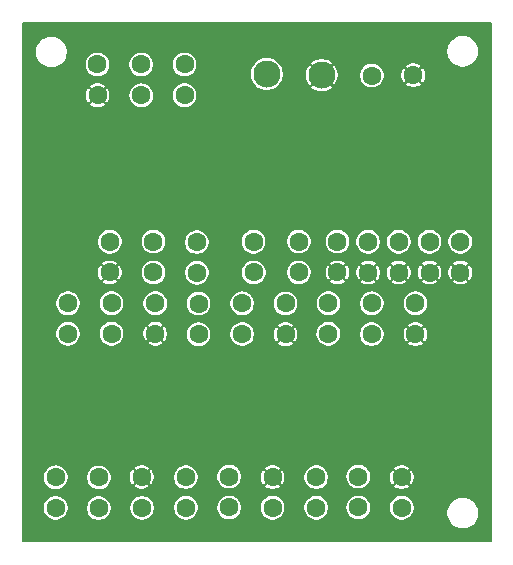
<source format=gbr>
%TF.GenerationSoftware,KiCad,Pcbnew,9.0.0*%
%TF.CreationDate,2025-03-10T21:20:54+01:00*%
%TF.ProjectId,connecteur,636f6e6e-6563-4746-9575-722e6b696361,rev?*%
%TF.SameCoordinates,Original*%
%TF.FileFunction,Copper,L1,Top*%
%TF.FilePolarity,Positive*%
%FSLAX46Y46*%
G04 Gerber Fmt 4.6, Leading zero omitted, Abs format (unit mm)*
G04 Created by KiCad (PCBNEW 9.0.0) date 2025-03-10 21:20:54*
%MOMM*%
%LPD*%
G01*
G04 APERTURE LIST*
%TA.AperFunction,ComponentPad*%
%ADD10C,1.600000*%
%TD*%
%TA.AperFunction,ComponentPad*%
%ADD11C,2.300000*%
%TD*%
G04 APERTURE END LIST*
D10*
%TO.P,J8,1,Pin_1*%
%TO.N,ENC2_S2*%
X176950000Y-103620000D03*
%TD*%
%TO.P,J25,1,Pin_1*%
%TO.N,M4_2*%
X169640000Y-103630000D03*
%TD*%
%TO.P,J74,1,Pin_1*%
%TO.N,GND*%
X176630000Y-101020000D03*
%TD*%
%TO.P,J3,1,Pin_1*%
%TO.N,ENC1_S2*%
X175800000Y-118290000D03*
%TD*%
%TO.P,J9,1,Pin_1*%
%TO.N,M2_2*%
X180640000Y-103620000D03*
%TD*%
%TO.P,J36,1,Pin_1*%
%TO.N,ENC5_S2*%
X157420000Y-86010000D03*
%TD*%
%TO.P,J49,1,Pin_1*%
%TO.N,M6_2*%
X154770000Y-98410000D03*
%TD*%
%TO.P,J1,1,Pin_1*%
%TO.N,M1_1*%
X179480000Y-120940000D03*
%TD*%
%TO.P,J7,1,Pin_1*%
%TO.N,GND*%
X184430000Y-101020000D03*
%TD*%
D11*
%TO.P,J27,1,Pin_1*%
%TO.N,/+12V*%
X168050000Y-84200000D03*
%TD*%
D10*
%TO.P,J41,1,Pin_1*%
%TO.N,/MOSI_CON*%
X170770000Y-98400000D03*
%TD*%
%TO.P,J34,1,Pin_1*%
%TO.N,GND*%
X174030000Y-101010000D03*
%TD*%
%TO.P,J73,1,Pin_1*%
%TO.N,GND*%
X154760000Y-101010000D03*
%TD*%
%TO.P,J68,1,Pin_1*%
%TO.N,M8_1*%
X151220000Y-106210000D03*
%TD*%
%TO.P,J17,1,Pin_1*%
%TO.N,M3_2*%
X161210000Y-118340000D03*
%TD*%
D11*
%TO.P,J50,1,Pin_1*%
%TO.N,GND*%
X172700000Y-84300000D03*
%TD*%
D10*
%TO.P,J23,1,Pin_1*%
%TO.N,+5V*%
X176950000Y-84350000D03*
%TD*%
%TO.P,J40,1,Pin_1*%
%TO.N,M5_1*%
X153710000Y-83390000D03*
%TD*%
%TO.P,J65,1,Pin_1*%
%TO.N,GND*%
X179230000Y-101020000D03*
%TD*%
%TO.P,J63,1,Pin_1*%
%TO.N,+5V*%
X151220000Y-103610000D03*
%TD*%
%TO.P,J42,1,Pin_1*%
%TO.N,/MISO_CON*%
X170770000Y-101000000D03*
%TD*%
%TO.P,J76,1,Pin_1*%
%TO.N,GND*%
X181830000Y-101020000D03*
%TD*%
%TO.P,J69,1,Pin_1*%
%TO.N,ENC8_S1*%
X154910000Y-106210000D03*
%TD*%
%TO.P,J46,1,Pin_1*%
%TO.N,FSR2*%
X176630000Y-98410000D03*
%TD*%
%TO.P,J5,1,Pin_1*%
%TO.N,M1_2*%
X172230000Y-118340000D03*
%TD*%
%TO.P,J14,1,Pin_1*%
%TO.N,+5V*%
X161100000Y-83400000D03*
%TD*%
%TO.P,J60,1,Pin_1*%
%TO.N,GND*%
X168550000Y-118340000D03*
%TD*%
%TO.P,J6,1,Pin_1*%
%TO.N,+5V*%
X162280000Y-103640000D03*
%TD*%
%TO.P,J51,1,Pin_1*%
%TO.N,M6_1*%
X162140000Y-101040000D03*
%TD*%
%TO.P,J77,1,Pin_1*%
%TO.N,GND*%
X180450000Y-84300000D03*
%TD*%
%TO.P,J75,1,Pin_1*%
%TO.N,FSR5*%
X184430000Y-98420000D03*
%TD*%
%TO.P,J2,1,Pin_1*%
%TO.N,GND*%
X169640000Y-106240000D03*
%TD*%
%TO.P,J53,1,Pin_1*%
%TO.N,+5V*%
X162140000Y-98440000D03*
%TD*%
%TO.P,J58,1,Pin_1*%
%TO.N,ENC7_S2*%
X153840000Y-118360000D03*
%TD*%
%TO.P,J47,1,Pin_1*%
%TO.N,GND*%
X157470000Y-118330000D03*
%TD*%
%TO.P,J29,1,Pin_1*%
%TO.N,ENC4_S1*%
X165960000Y-106220000D03*
%TD*%
%TO.P,J12,1,Pin_1*%
%TO.N,ENC2_S1*%
X176950000Y-106230000D03*
%TD*%
%TO.P,J38,1,Pin_1*%
%TO.N,/NSS_CON*%
X166950000Y-101010000D03*
%TD*%
%TO.P,J39,1,Pin_1*%
%TO.N,M5_2*%
X161100000Y-86000000D03*
%TD*%
%TO.P,J59,1,Pin_1*%
%TO.N,M7_2*%
X150190000Y-118350000D03*
%TD*%
%TO.P,J52,1,Pin_1*%
%TO.N,ENC6_S1*%
X158460000Y-101010000D03*
%TD*%
%TO.P,J37,1,Pin_1*%
%TO.N,/SCK_CON*%
X166940000Y-98410000D03*
%TD*%
%TO.P,J48,1,Pin_1*%
%TO.N,ENC6_S2*%
X158460000Y-98400000D03*
%TD*%
%TO.P,J43,1,Pin_1*%
%TO.N,ENC5_S1*%
X157410000Y-83400000D03*
%TD*%
%TO.P,J21,1,Pin_1*%
%TO.N,GND*%
X179480000Y-118340000D03*
%TD*%
%TO.P,J55,1,Pin_1*%
%TO.N,FSR3*%
X179230000Y-98420000D03*
%TD*%
%TO.P,J61,1,Pin_1*%
%TO.N,M7_1*%
X157490000Y-120950000D03*
%TD*%
%TO.P,J22,1,Pin_1*%
%TO.N,ENC4_S2*%
X165960000Y-103620000D03*
%TD*%
%TO.P,J44,1,Pin_1*%
%TO.N,+5V*%
X150190000Y-120950000D03*
%TD*%
%TO.P,J18,1,Pin_1*%
%TO.N,M3_1*%
X168550000Y-120940000D03*
%TD*%
%TO.P,J30,1,Pin_1*%
%TO.N,+5V*%
X161210000Y-120940000D03*
%TD*%
%TO.P,J45,1,Pin_1*%
%TO.N,GND*%
X180640000Y-106230000D03*
%TD*%
%TO.P,J56,1,Pin_1*%
%TO.N,GND*%
X158600000Y-106210000D03*
%TD*%
%TO.P,J72,1,Pin_1*%
%TO.N,FSR1*%
X174030000Y-98400000D03*
%TD*%
%TO.P,J70,1,Pin_1*%
%TO.N,+5V*%
X172230000Y-120940000D03*
%TD*%
%TO.P,J15,1,Pin_1*%
%TO.N,GND*%
X153720000Y-86000000D03*
%TD*%
%TO.P,J66,1,Pin_1*%
%TO.N,ENC8_S2*%
X154910000Y-103610000D03*
%TD*%
%TO.P,J62,1,Pin_1*%
%TO.N,ENC7_S1*%
X153840000Y-120960000D03*
%TD*%
%TO.P,J19,1,Pin_1*%
%TO.N,ENC3_S1*%
X164860000Y-120910000D03*
%TD*%
%TO.P,J4,1,Pin_1*%
%TO.N,ENC1_S1*%
X175800000Y-120900000D03*
%TD*%
%TO.P,J11,1,Pin_1*%
%TO.N,M2_1*%
X173260000Y-106210000D03*
%TD*%
%TO.P,J16,1,Pin_1*%
%TO.N,ENC3_S2*%
X164860000Y-118300000D03*
%TD*%
%TO.P,J26,1,Pin_1*%
%TO.N,M4_1*%
X162280000Y-106240000D03*
%TD*%
%TO.P,J64,1,Pin_1*%
%TO.N,FSR4*%
X181830000Y-98420000D03*
%TD*%
%TO.P,J67,1,Pin_1*%
%TO.N,M8_2*%
X158600000Y-103610000D03*
%TD*%
%TO.P,J20,1,Pin_1*%
%TO.N,+5V*%
X173270000Y-103610000D03*
%TD*%
%TA.AperFunction,Conductor*%
%TO.N,GND*%
G36*
X187077826Y-79862174D02*
G01*
X187099500Y-79914500D01*
X187099500Y-123765500D01*
X187077826Y-123817826D01*
X187025500Y-123839500D01*
X147374500Y-123839500D01*
X147322174Y-123817826D01*
X147300500Y-123765500D01*
X147300500Y-120851460D01*
X149189500Y-120851460D01*
X149189500Y-121048539D01*
X149227947Y-121241829D01*
X149227950Y-121241839D01*
X149303367Y-121423913D01*
X149412860Y-121587781D01*
X149552218Y-121727139D01*
X149716086Y-121836632D01*
X149894420Y-121910500D01*
X149898165Y-121912051D01*
X150091459Y-121950500D01*
X150091461Y-121950500D01*
X150288539Y-121950500D01*
X150288541Y-121950500D01*
X150481835Y-121912051D01*
X150663914Y-121836632D01*
X150827782Y-121727139D01*
X150967139Y-121587782D01*
X151076632Y-121423914D01*
X151152051Y-121241835D01*
X151190500Y-121048541D01*
X151190500Y-120861459D01*
X152839500Y-120861459D01*
X152839500Y-121058541D01*
X152842867Y-121075466D01*
X152877947Y-121251829D01*
X152877950Y-121251839D01*
X152953367Y-121433913D01*
X153062860Y-121597781D01*
X153202218Y-121737139D01*
X153366086Y-121846632D01*
X153499875Y-121902049D01*
X153548165Y-121922051D01*
X153741459Y-121960500D01*
X153741461Y-121960500D01*
X153938539Y-121960500D01*
X153938541Y-121960500D01*
X154131835Y-121922051D01*
X154313914Y-121846632D01*
X154477782Y-121737139D01*
X154617139Y-121597782D01*
X154726632Y-121433914D01*
X154802051Y-121251835D01*
X154840500Y-121058541D01*
X154840500Y-120861459D01*
X154838511Y-120851460D01*
X156489500Y-120851460D01*
X156489500Y-121048539D01*
X156527947Y-121241829D01*
X156527950Y-121241839D01*
X156603367Y-121423913D01*
X156712860Y-121587781D01*
X156852218Y-121727139D01*
X157016086Y-121836632D01*
X157194420Y-121910500D01*
X157198165Y-121912051D01*
X157391459Y-121950500D01*
X157391461Y-121950500D01*
X157588539Y-121950500D01*
X157588541Y-121950500D01*
X157781835Y-121912051D01*
X157963914Y-121836632D01*
X158127782Y-121727139D01*
X158267139Y-121587782D01*
X158376632Y-121423914D01*
X158452051Y-121241835D01*
X158490500Y-121048541D01*
X158490500Y-120851459D01*
X158488511Y-120841459D01*
X160209500Y-120841459D01*
X160209500Y-121038541D01*
X160216843Y-121075455D01*
X160247947Y-121231829D01*
X160247950Y-121231839D01*
X160323367Y-121413913D01*
X160432860Y-121577781D01*
X160572218Y-121717139D01*
X160736086Y-121826632D01*
X160914420Y-121900500D01*
X160918165Y-121902051D01*
X161111459Y-121940500D01*
X161111461Y-121940500D01*
X161308539Y-121940500D01*
X161308541Y-121940500D01*
X161501835Y-121902051D01*
X161683914Y-121826632D01*
X161847782Y-121717139D01*
X161987139Y-121577782D01*
X162096632Y-121413914D01*
X162172051Y-121231835D01*
X162210500Y-121038541D01*
X162210500Y-120841459D01*
X162204533Y-120811459D01*
X163859500Y-120811459D01*
X163859500Y-121008541D01*
X163867456Y-121048539D01*
X163897947Y-121201829D01*
X163897950Y-121201839D01*
X163973367Y-121383913D01*
X164076179Y-121537781D01*
X164082861Y-121547782D01*
X164222218Y-121687139D01*
X164386086Y-121796632D01*
X164568165Y-121872051D01*
X164761459Y-121910500D01*
X164761461Y-121910500D01*
X164958539Y-121910500D01*
X164958541Y-121910500D01*
X165151835Y-121872051D01*
X165333914Y-121796632D01*
X165497782Y-121687139D01*
X165637139Y-121547782D01*
X165746632Y-121383914D01*
X165822051Y-121201835D01*
X165860500Y-121008541D01*
X165860500Y-120841459D01*
X167549500Y-120841459D01*
X167549500Y-121038541D01*
X167556843Y-121075455D01*
X167587947Y-121231829D01*
X167587950Y-121231839D01*
X167663367Y-121413913D01*
X167772860Y-121577781D01*
X167912218Y-121717139D01*
X168076086Y-121826632D01*
X168254420Y-121900500D01*
X168258165Y-121902051D01*
X168451459Y-121940500D01*
X168451461Y-121940500D01*
X168648539Y-121940500D01*
X168648541Y-121940500D01*
X168841835Y-121902051D01*
X169023914Y-121826632D01*
X169187782Y-121717139D01*
X169327139Y-121577782D01*
X169436632Y-121413914D01*
X169512051Y-121231835D01*
X169550500Y-121038541D01*
X169550500Y-120841459D01*
X171229500Y-120841459D01*
X171229500Y-121038541D01*
X171236843Y-121075455D01*
X171267947Y-121231829D01*
X171267950Y-121231839D01*
X171343367Y-121413913D01*
X171452860Y-121577781D01*
X171592218Y-121717139D01*
X171756086Y-121826632D01*
X171934420Y-121900500D01*
X171938165Y-121902051D01*
X172131459Y-121940500D01*
X172131461Y-121940500D01*
X172328539Y-121940500D01*
X172328541Y-121940500D01*
X172521835Y-121902051D01*
X172703914Y-121826632D01*
X172867782Y-121717139D01*
X173007139Y-121577782D01*
X173116632Y-121413914D01*
X173192051Y-121231835D01*
X173230500Y-121038541D01*
X173230500Y-120841459D01*
X173222543Y-120801459D01*
X174799500Y-120801459D01*
X174799500Y-120998541D01*
X174811435Y-121058541D01*
X174837947Y-121191829D01*
X174837950Y-121191839D01*
X174913367Y-121373913D01*
X174985825Y-121482353D01*
X175022861Y-121537782D01*
X175162218Y-121677139D01*
X175326086Y-121786632D01*
X175508165Y-121862051D01*
X175701459Y-121900500D01*
X175701461Y-121900500D01*
X175898539Y-121900500D01*
X175898541Y-121900500D01*
X176091835Y-121862051D01*
X176273914Y-121786632D01*
X176437782Y-121677139D01*
X176577139Y-121537782D01*
X176686632Y-121373914D01*
X176762051Y-121191835D01*
X176800500Y-120998541D01*
X176800500Y-120841459D01*
X178479500Y-120841459D01*
X178479500Y-121038541D01*
X178486843Y-121075455D01*
X178517947Y-121231829D01*
X178517950Y-121231839D01*
X178593367Y-121413913D01*
X178702860Y-121577781D01*
X178842218Y-121717139D01*
X179006086Y-121826632D01*
X179184420Y-121900500D01*
X179188165Y-121902051D01*
X179381459Y-121940500D01*
X179381461Y-121940500D01*
X179578539Y-121940500D01*
X179578541Y-121940500D01*
X179771835Y-121902051D01*
X179953914Y-121826632D01*
X180117782Y-121717139D01*
X180257139Y-121577782D01*
X180366632Y-121413914D01*
X180423076Y-121277646D01*
X183349500Y-121277646D01*
X183349500Y-121482353D01*
X183381522Y-121684531D01*
X183381525Y-121684544D01*
X183444777Y-121879213D01*
X183537712Y-122061610D01*
X183611406Y-122163040D01*
X183658034Y-122227219D01*
X183802781Y-122371966D01*
X183894695Y-122438745D01*
X183968389Y-122492287D01*
X184056300Y-122537079D01*
X184150781Y-122585220D01*
X184150783Y-122585220D01*
X184150786Y-122585222D01*
X184345455Y-122648474D01*
X184345461Y-122648475D01*
X184345466Y-122648477D01*
X184446557Y-122664488D01*
X184547646Y-122680500D01*
X184547648Y-122680500D01*
X184752354Y-122680500D01*
X184833224Y-122667690D01*
X184954534Y-122648477D01*
X184954541Y-122648474D01*
X184954544Y-122648474D01*
X185149213Y-122585222D01*
X185149213Y-122585221D01*
X185149219Y-122585220D01*
X185331610Y-122492287D01*
X185497219Y-122371966D01*
X185641966Y-122227219D01*
X185762287Y-122061610D01*
X185855220Y-121879219D01*
X185907883Y-121717139D01*
X185918474Y-121684544D01*
X185918474Y-121684541D01*
X185918477Y-121684534D01*
X185950500Y-121482352D01*
X185950500Y-121277648D01*
X185944828Y-121241839D01*
X185918477Y-121075468D01*
X185918474Y-121075455D01*
X185855222Y-120880786D01*
X185855220Y-120880783D01*
X185855220Y-120880781D01*
X185807079Y-120786300D01*
X185762287Y-120698389D01*
X185696735Y-120608165D01*
X185641966Y-120532781D01*
X185497219Y-120388034D01*
X185433040Y-120341406D01*
X185331610Y-120267712D01*
X185149213Y-120174777D01*
X184954544Y-120111525D01*
X184954531Y-120111522D01*
X184752354Y-120079500D01*
X184752352Y-120079500D01*
X184547648Y-120079500D01*
X184547646Y-120079500D01*
X184345468Y-120111522D01*
X184345455Y-120111525D01*
X184150786Y-120174777D01*
X183968389Y-120267712D01*
X183802785Y-120388031D01*
X183802781Y-120388034D01*
X183658034Y-120532781D01*
X183658031Y-120532784D01*
X183658031Y-120532785D01*
X183537712Y-120698389D01*
X183444777Y-120880786D01*
X183381525Y-121075455D01*
X183381522Y-121075468D01*
X183349500Y-121277646D01*
X180423076Y-121277646D01*
X180442051Y-121231835D01*
X180480500Y-121038541D01*
X180480500Y-120841459D01*
X180442051Y-120648165D01*
X180366632Y-120466086D01*
X180257139Y-120302218D01*
X180117782Y-120162861D01*
X180072886Y-120132862D01*
X179953913Y-120053367D01*
X179771839Y-119977950D01*
X179771829Y-119977947D01*
X179642388Y-119952200D01*
X179578541Y-119939500D01*
X179381459Y-119939500D01*
X179331186Y-119949500D01*
X179188170Y-119977947D01*
X179188160Y-119977950D01*
X179006086Y-120053367D01*
X178842218Y-120162860D01*
X178842217Y-120162862D01*
X178702862Y-120302217D01*
X178702860Y-120302218D01*
X178593367Y-120466086D01*
X178517950Y-120648160D01*
X178517947Y-120648170D01*
X178487457Y-120801459D01*
X178479500Y-120841459D01*
X176800500Y-120841459D01*
X176800500Y-120801459D01*
X176762051Y-120608165D01*
X176686632Y-120426086D01*
X176577139Y-120262218D01*
X176437782Y-120122861D01*
X176420817Y-120111525D01*
X176273913Y-120013367D01*
X176091839Y-119937950D01*
X176091829Y-119937947D01*
X175962388Y-119912200D01*
X175898541Y-119899500D01*
X175701459Y-119899500D01*
X175651186Y-119909500D01*
X175508170Y-119937947D01*
X175508160Y-119937950D01*
X175326086Y-120013367D01*
X175162218Y-120122860D01*
X175162217Y-120122862D01*
X175022862Y-120262217D01*
X175022860Y-120262218D01*
X174913367Y-120426086D01*
X174837950Y-120608160D01*
X174837947Y-120608170D01*
X174805850Y-120769535D01*
X174799500Y-120801459D01*
X173222543Y-120801459D01*
X173192052Y-120648170D01*
X173192051Y-120648169D01*
X173192051Y-120648165D01*
X173116632Y-120466086D01*
X173007139Y-120302218D01*
X172867782Y-120162861D01*
X172822886Y-120132862D01*
X172703913Y-120053367D01*
X172521839Y-119977950D01*
X172521829Y-119977947D01*
X172392388Y-119952200D01*
X172328541Y-119939500D01*
X172131459Y-119939500D01*
X172081186Y-119949500D01*
X171938170Y-119977947D01*
X171938160Y-119977950D01*
X171756086Y-120053367D01*
X171592218Y-120162860D01*
X171592217Y-120162862D01*
X171452862Y-120302217D01*
X171452860Y-120302218D01*
X171343367Y-120466086D01*
X171267950Y-120648160D01*
X171267947Y-120648170D01*
X171237457Y-120801459D01*
X171229500Y-120841459D01*
X169550500Y-120841459D01*
X169512051Y-120648165D01*
X169436632Y-120466086D01*
X169327139Y-120302218D01*
X169187782Y-120162861D01*
X169142886Y-120132862D01*
X169023913Y-120053367D01*
X168841839Y-119977950D01*
X168841829Y-119977947D01*
X168712388Y-119952200D01*
X168648541Y-119939500D01*
X168451459Y-119939500D01*
X168401186Y-119949500D01*
X168258170Y-119977947D01*
X168258160Y-119977950D01*
X168076086Y-120053367D01*
X167912218Y-120162860D01*
X167912217Y-120162862D01*
X167772862Y-120302217D01*
X167772860Y-120302218D01*
X167663367Y-120466086D01*
X167587950Y-120648160D01*
X167587947Y-120648170D01*
X167557457Y-120801459D01*
X167549500Y-120841459D01*
X165860500Y-120841459D01*
X165860500Y-120811459D01*
X165822051Y-120618165D01*
X165746632Y-120436086D01*
X165637139Y-120272218D01*
X165497782Y-120132861D01*
X165482818Y-120122862D01*
X165333913Y-120023367D01*
X165151839Y-119947950D01*
X165151829Y-119947947D01*
X165022388Y-119922200D01*
X164958541Y-119909500D01*
X164761459Y-119909500D01*
X164706662Y-119920399D01*
X164568170Y-119947947D01*
X164568160Y-119947950D01*
X164386086Y-120023367D01*
X164222218Y-120132860D01*
X164222217Y-120132862D01*
X164082862Y-120272217D01*
X164082860Y-120272218D01*
X163973367Y-120436086D01*
X163897950Y-120618160D01*
X163897947Y-120618170D01*
X163889993Y-120658160D01*
X163859500Y-120811459D01*
X162204533Y-120811459D01*
X162172051Y-120648165D01*
X162096632Y-120466086D01*
X161987139Y-120302218D01*
X161847782Y-120162861D01*
X161802886Y-120132862D01*
X161683913Y-120053367D01*
X161501839Y-119977950D01*
X161501829Y-119977947D01*
X161372388Y-119952200D01*
X161308541Y-119939500D01*
X161111459Y-119939500D01*
X161061186Y-119949500D01*
X160918170Y-119977947D01*
X160918160Y-119977950D01*
X160736086Y-120053367D01*
X160572218Y-120162860D01*
X160572217Y-120162862D01*
X160432862Y-120302217D01*
X160432860Y-120302218D01*
X160323367Y-120466086D01*
X160247950Y-120648160D01*
X160247947Y-120648170D01*
X160217457Y-120801459D01*
X160209500Y-120841459D01*
X158488511Y-120841459D01*
X158452051Y-120658165D01*
X158431340Y-120608165D01*
X158376632Y-120476086D01*
X158267139Y-120312218D01*
X158127781Y-120172860D01*
X157963913Y-120063367D01*
X157781839Y-119987950D01*
X157781829Y-119987947D01*
X157652388Y-119962200D01*
X157588541Y-119949500D01*
X157391459Y-119949500D01*
X157341186Y-119959500D01*
X157198170Y-119987947D01*
X157198160Y-119987950D01*
X157016086Y-120063367D01*
X156852218Y-120172860D01*
X156852217Y-120172862D01*
X156712862Y-120312217D01*
X156712860Y-120312218D01*
X156603367Y-120476086D01*
X156527950Y-120658160D01*
X156527947Y-120658170D01*
X156489500Y-120851460D01*
X154838511Y-120851460D01*
X154802051Y-120668165D01*
X154781340Y-120618165D01*
X154726632Y-120486086D01*
X154617139Y-120322218D01*
X154477781Y-120182860D01*
X154313913Y-120073367D01*
X154131839Y-119997950D01*
X154131829Y-119997947D01*
X154002388Y-119972200D01*
X153938541Y-119959500D01*
X153741459Y-119959500D01*
X153686662Y-119970399D01*
X153548170Y-119997947D01*
X153548160Y-119997950D01*
X153366086Y-120073367D01*
X153202218Y-120182860D01*
X153202217Y-120182862D01*
X153062862Y-120322217D01*
X153062860Y-120322218D01*
X152953367Y-120486086D01*
X152877950Y-120668160D01*
X152877947Y-120668170D01*
X152849286Y-120812260D01*
X152839500Y-120861459D01*
X151190500Y-120861459D01*
X151190500Y-120851459D01*
X151152051Y-120658165D01*
X151131340Y-120608165D01*
X151076632Y-120476086D01*
X150967139Y-120312218D01*
X150827781Y-120172860D01*
X150663913Y-120063367D01*
X150481839Y-119987950D01*
X150481829Y-119987947D01*
X150352388Y-119962200D01*
X150288541Y-119949500D01*
X150091459Y-119949500D01*
X150041186Y-119959500D01*
X149898170Y-119987947D01*
X149898160Y-119987950D01*
X149716086Y-120063367D01*
X149552218Y-120172860D01*
X149552217Y-120172862D01*
X149412862Y-120312217D01*
X149412860Y-120312218D01*
X149303367Y-120476086D01*
X149227950Y-120658160D01*
X149227947Y-120658170D01*
X149189500Y-120851460D01*
X147300500Y-120851460D01*
X147300500Y-118251459D01*
X149189500Y-118251459D01*
X149189500Y-118448541D01*
X149202200Y-118512388D01*
X149227947Y-118641829D01*
X149227950Y-118641839D01*
X149303367Y-118823913D01*
X149412860Y-118987781D01*
X149552218Y-119127139D01*
X149716086Y-119236632D01*
X149777448Y-119262049D01*
X149898165Y-119312051D01*
X150091459Y-119350500D01*
X150091461Y-119350500D01*
X150288539Y-119350500D01*
X150288541Y-119350500D01*
X150481835Y-119312051D01*
X150663914Y-119236632D01*
X150827782Y-119127139D01*
X150967139Y-118987782D01*
X151076632Y-118823914D01*
X151152051Y-118641835D01*
X151190500Y-118448541D01*
X151190500Y-118261460D01*
X152839500Y-118261460D01*
X152839500Y-118458539D01*
X152877947Y-118651829D01*
X152877950Y-118651839D01*
X152953367Y-118833913D01*
X153062860Y-118997781D01*
X153202218Y-119137139D01*
X153366086Y-119246632D01*
X153499875Y-119302049D01*
X153548165Y-119322051D01*
X153741459Y-119360500D01*
X153741461Y-119360500D01*
X153938539Y-119360500D01*
X153938541Y-119360500D01*
X154131835Y-119322051D01*
X154313914Y-119246632D01*
X154477782Y-119137139D01*
X154617139Y-118997782D01*
X154726632Y-118833914D01*
X154802051Y-118651835D01*
X154840500Y-118458541D01*
X154840500Y-118261459D01*
X154834543Y-118231509D01*
X156470000Y-118231509D01*
X156470000Y-118428490D01*
X156508427Y-118621682D01*
X156508430Y-118621693D01*
X156583808Y-118803673D01*
X156692394Y-118966183D01*
X157052210Y-118606366D01*
X157069901Y-118637007D01*
X157162993Y-118730099D01*
X157193631Y-118747788D01*
X156833815Y-119107604D01*
X156833815Y-119107605D01*
X156996324Y-119216190D01*
X157178306Y-119291569D01*
X157178317Y-119291572D01*
X157371510Y-119330000D01*
X157568490Y-119330000D01*
X157761682Y-119291572D01*
X157761693Y-119291569D01*
X157943675Y-119216190D01*
X158106183Y-119107605D01*
X158106183Y-119107604D01*
X157746367Y-118747788D01*
X157777007Y-118730099D01*
X157870099Y-118637007D01*
X157887788Y-118606367D01*
X158247604Y-118966183D01*
X158247605Y-118966183D01*
X158356190Y-118803675D01*
X158431569Y-118621693D01*
X158431572Y-118621682D01*
X158470000Y-118428490D01*
X158470000Y-118241459D01*
X160209500Y-118241459D01*
X160209500Y-118438541D01*
X160222200Y-118502388D01*
X160247947Y-118631829D01*
X160247950Y-118631839D01*
X160323367Y-118813913D01*
X160432860Y-118977781D01*
X160572218Y-119117139D01*
X160736086Y-119226632D01*
X160917008Y-119301572D01*
X160918165Y-119302051D01*
X161111459Y-119340500D01*
X161111461Y-119340500D01*
X161308539Y-119340500D01*
X161308541Y-119340500D01*
X161501835Y-119302051D01*
X161683914Y-119226632D01*
X161847782Y-119117139D01*
X161987139Y-118977782D01*
X162096632Y-118813914D01*
X162172051Y-118631835D01*
X162210500Y-118438541D01*
X162210500Y-118241459D01*
X162202543Y-118201459D01*
X163859500Y-118201459D01*
X163859500Y-118398541D01*
X163871435Y-118458541D01*
X163897947Y-118591829D01*
X163897950Y-118591839D01*
X163973367Y-118773913D01*
X164076179Y-118927781D01*
X164082861Y-118937782D01*
X164222218Y-119077139D01*
X164386086Y-119186632D01*
X164568165Y-119262051D01*
X164761459Y-119300500D01*
X164761461Y-119300500D01*
X164958539Y-119300500D01*
X164958541Y-119300500D01*
X165151835Y-119262051D01*
X165333914Y-119186632D01*
X165497782Y-119077139D01*
X165637139Y-118937782D01*
X165746632Y-118773914D01*
X165822051Y-118591835D01*
X165860500Y-118398541D01*
X165860500Y-118241509D01*
X167550000Y-118241509D01*
X167550000Y-118438490D01*
X167588427Y-118631682D01*
X167588430Y-118631693D01*
X167663808Y-118813673D01*
X167772394Y-118976183D01*
X168132210Y-118616366D01*
X168149901Y-118647007D01*
X168242993Y-118740099D01*
X168273631Y-118757788D01*
X167913815Y-119117604D01*
X167913815Y-119117605D01*
X168076324Y-119226190D01*
X168258306Y-119301569D01*
X168258317Y-119301572D01*
X168451510Y-119340000D01*
X168648490Y-119340000D01*
X168841682Y-119301572D01*
X168841693Y-119301569D01*
X169023675Y-119226190D01*
X169186183Y-119117605D01*
X169186183Y-119117604D01*
X168826367Y-118757788D01*
X168857007Y-118740099D01*
X168950099Y-118647007D01*
X168967788Y-118616367D01*
X169327604Y-118976183D01*
X169327605Y-118976183D01*
X169436190Y-118813675D01*
X169511569Y-118631693D01*
X169511572Y-118631682D01*
X169550000Y-118438490D01*
X169550000Y-118241509D01*
X169549990Y-118241459D01*
X171229500Y-118241459D01*
X171229500Y-118438541D01*
X171242200Y-118502388D01*
X171267947Y-118631829D01*
X171267950Y-118631839D01*
X171343367Y-118813913D01*
X171452860Y-118977781D01*
X171592218Y-119117139D01*
X171756086Y-119226632D01*
X171937008Y-119301572D01*
X171938165Y-119302051D01*
X172131459Y-119340500D01*
X172131461Y-119340500D01*
X172328539Y-119340500D01*
X172328541Y-119340500D01*
X172521835Y-119302051D01*
X172703914Y-119226632D01*
X172867782Y-119117139D01*
X173007139Y-118977782D01*
X173116632Y-118813914D01*
X173192051Y-118631835D01*
X173230500Y-118438541D01*
X173230500Y-118241459D01*
X173222543Y-118201459D01*
X173220554Y-118191459D01*
X174799500Y-118191459D01*
X174799500Y-118388541D01*
X174811435Y-118448541D01*
X174837947Y-118581829D01*
X174837950Y-118581839D01*
X174913367Y-118763913D01*
X175022860Y-118927781D01*
X175162218Y-119067139D01*
X175326086Y-119176632D01*
X175445730Y-119226190D01*
X175508165Y-119252051D01*
X175701459Y-119290500D01*
X175701461Y-119290500D01*
X175898539Y-119290500D01*
X175898541Y-119290500D01*
X176091835Y-119252051D01*
X176273914Y-119176632D01*
X176437782Y-119067139D01*
X176577139Y-118927782D01*
X176686632Y-118763914D01*
X176762051Y-118581835D01*
X176800500Y-118388541D01*
X176800500Y-118241509D01*
X178480000Y-118241509D01*
X178480000Y-118438490D01*
X178518427Y-118631682D01*
X178518430Y-118631693D01*
X178593808Y-118813673D01*
X178702394Y-118976183D01*
X179062210Y-118616366D01*
X179079901Y-118647007D01*
X179172993Y-118740099D01*
X179203631Y-118757788D01*
X178843815Y-119117604D01*
X178843815Y-119117605D01*
X179006324Y-119226190D01*
X179188306Y-119301569D01*
X179188317Y-119301572D01*
X179381510Y-119340000D01*
X179578490Y-119340000D01*
X179771682Y-119301572D01*
X179771693Y-119301569D01*
X179953675Y-119226190D01*
X180116183Y-119117605D01*
X180116183Y-119117604D01*
X179756367Y-118757788D01*
X179787007Y-118740099D01*
X179880099Y-118647007D01*
X179897788Y-118616367D01*
X180257604Y-118976183D01*
X180257605Y-118976183D01*
X180366190Y-118813675D01*
X180441569Y-118631693D01*
X180441572Y-118631682D01*
X180480000Y-118438490D01*
X180480000Y-118241509D01*
X180441572Y-118048317D01*
X180441569Y-118048306D01*
X180366190Y-117866324D01*
X180257604Y-117703815D01*
X179897788Y-118063631D01*
X179880099Y-118032993D01*
X179787007Y-117939901D01*
X179756366Y-117922210D01*
X180116183Y-117562394D01*
X179953672Y-117453808D01*
X179953673Y-117453808D01*
X179771693Y-117378430D01*
X179771682Y-117378427D01*
X179578490Y-117340000D01*
X179381510Y-117340000D01*
X179188317Y-117378427D01*
X179188306Y-117378430D01*
X179006322Y-117453810D01*
X178843815Y-117562394D01*
X179203632Y-117922211D01*
X179172993Y-117939901D01*
X179079901Y-118032993D01*
X179062211Y-118063632D01*
X178702394Y-117703815D01*
X178593810Y-117866322D01*
X178518430Y-118048306D01*
X178518427Y-118048317D01*
X178480000Y-118241509D01*
X176800500Y-118241509D01*
X176800500Y-118191459D01*
X176762051Y-117998165D01*
X176686632Y-117816086D01*
X176577139Y-117652218D01*
X176437782Y-117512861D01*
X176378677Y-117473368D01*
X176273913Y-117403367D01*
X176091839Y-117327950D01*
X176091829Y-117327947D01*
X175962388Y-117302200D01*
X175898541Y-117289500D01*
X175701459Y-117289500D01*
X175651186Y-117299500D01*
X175508170Y-117327947D01*
X175508160Y-117327950D01*
X175326086Y-117403367D01*
X175162218Y-117512860D01*
X175162217Y-117512862D01*
X175022862Y-117652217D01*
X175022860Y-117652218D01*
X174913367Y-117816086D01*
X174837950Y-117998160D01*
X174837947Y-117998170D01*
X174810331Y-118137007D01*
X174799500Y-118191459D01*
X173220554Y-118191459D01*
X173192052Y-118048170D01*
X173192051Y-118048169D01*
X173192051Y-118048165D01*
X173181624Y-118022993D01*
X173116632Y-117866086D01*
X173007139Y-117702218D01*
X172867781Y-117562860D01*
X172703913Y-117453367D01*
X172521839Y-117377950D01*
X172521829Y-117377947D01*
X172392388Y-117352200D01*
X172328541Y-117339500D01*
X172131459Y-117339500D01*
X172081186Y-117349500D01*
X171938170Y-117377947D01*
X171938160Y-117377950D01*
X171756086Y-117453367D01*
X171592218Y-117562860D01*
X171592217Y-117562862D01*
X171452862Y-117702217D01*
X171452860Y-117702218D01*
X171343367Y-117866086D01*
X171267950Y-118048160D01*
X171267947Y-118048170D01*
X171238030Y-118198578D01*
X171229500Y-118241459D01*
X169549990Y-118241459D01*
X169511572Y-118048317D01*
X169511569Y-118048306D01*
X169436190Y-117866324D01*
X169327604Y-117703815D01*
X168967788Y-118063631D01*
X168950099Y-118032993D01*
X168857007Y-117939901D01*
X168826366Y-117922210D01*
X169186183Y-117562394D01*
X169023672Y-117453808D01*
X169023673Y-117453808D01*
X168841693Y-117378430D01*
X168841682Y-117378427D01*
X168648490Y-117340000D01*
X168451510Y-117340000D01*
X168258317Y-117378427D01*
X168258306Y-117378430D01*
X168076322Y-117453810D01*
X167913815Y-117562394D01*
X168273632Y-117922211D01*
X168242993Y-117939901D01*
X168149901Y-118032993D01*
X168132211Y-118063632D01*
X167772394Y-117703815D01*
X167663810Y-117866322D01*
X167588430Y-118048306D01*
X167588427Y-118048317D01*
X167550000Y-118241509D01*
X165860500Y-118241509D01*
X165860500Y-118201459D01*
X165822051Y-118008165D01*
X165746632Y-117826086D01*
X165637139Y-117662218D01*
X165497782Y-117522861D01*
X165482818Y-117512862D01*
X165333913Y-117413367D01*
X165151839Y-117337950D01*
X165151829Y-117337947D01*
X165022388Y-117312200D01*
X164958541Y-117299500D01*
X164761459Y-117299500D01*
X164706662Y-117310399D01*
X164568170Y-117337947D01*
X164568160Y-117337950D01*
X164386086Y-117413367D01*
X164222218Y-117522860D01*
X164222217Y-117522862D01*
X164082862Y-117662217D01*
X164082860Y-117662218D01*
X163973367Y-117826086D01*
X163897950Y-118008160D01*
X163897947Y-118008170D01*
X163872320Y-118137007D01*
X163859500Y-118201459D01*
X162202543Y-118201459D01*
X162172052Y-118048170D01*
X162172051Y-118048169D01*
X162172051Y-118048165D01*
X162161624Y-118022993D01*
X162096632Y-117866086D01*
X161987139Y-117702218D01*
X161847781Y-117562860D01*
X161683913Y-117453367D01*
X161501839Y-117377950D01*
X161501829Y-117377947D01*
X161372388Y-117352200D01*
X161308541Y-117339500D01*
X161111459Y-117339500D01*
X161061186Y-117349500D01*
X160918170Y-117377947D01*
X160918160Y-117377950D01*
X160736086Y-117453367D01*
X160572218Y-117562860D01*
X160572217Y-117562862D01*
X160432862Y-117702217D01*
X160432860Y-117702218D01*
X160323367Y-117866086D01*
X160247950Y-118048160D01*
X160247947Y-118048170D01*
X160218030Y-118198578D01*
X160209500Y-118241459D01*
X158470000Y-118241459D01*
X158470000Y-118231509D01*
X158431572Y-118038317D01*
X158431569Y-118038306D01*
X158356190Y-117856324D01*
X158247604Y-117693815D01*
X157887788Y-118053631D01*
X157870099Y-118022993D01*
X157777007Y-117929901D01*
X157746366Y-117912210D01*
X158106183Y-117552394D01*
X157943672Y-117443808D01*
X157943673Y-117443808D01*
X157761693Y-117368430D01*
X157761682Y-117368427D01*
X157568490Y-117330000D01*
X157371510Y-117330000D01*
X157178317Y-117368427D01*
X157178306Y-117368430D01*
X156996322Y-117443810D01*
X156833815Y-117552394D01*
X157193632Y-117912211D01*
X157162993Y-117929901D01*
X157069901Y-118022993D01*
X157052211Y-118053632D01*
X156692394Y-117693815D01*
X156583810Y-117856322D01*
X156508430Y-118038306D01*
X156508427Y-118038317D01*
X156470000Y-118231509D01*
X154834543Y-118231509D01*
X154802051Y-118068165D01*
X154726632Y-117886086D01*
X154617139Y-117722218D01*
X154477782Y-117582861D01*
X154462818Y-117572862D01*
X154313913Y-117473367D01*
X154131839Y-117397950D01*
X154131829Y-117397947D01*
X154002388Y-117372200D01*
X153938541Y-117359500D01*
X153741459Y-117359500D01*
X153686662Y-117370399D01*
X153548170Y-117397947D01*
X153548160Y-117397950D01*
X153366086Y-117473367D01*
X153202218Y-117582860D01*
X153202217Y-117582862D01*
X153062862Y-117722217D01*
X153062860Y-117722218D01*
X152953367Y-117886086D01*
X152877950Y-118068160D01*
X152877947Y-118068170D01*
X152849286Y-118212260D01*
X152845458Y-118231509D01*
X152839500Y-118261460D01*
X151190500Y-118261460D01*
X151190500Y-118251459D01*
X151152051Y-118058165D01*
X151141624Y-118032993D01*
X151076632Y-117876086D01*
X150967139Y-117712218D01*
X150827781Y-117572860D01*
X150663913Y-117463367D01*
X150481839Y-117387950D01*
X150481829Y-117387947D01*
X150352388Y-117362200D01*
X150288541Y-117349500D01*
X150091459Y-117349500D01*
X150041186Y-117359500D01*
X149898170Y-117387947D01*
X149898160Y-117387950D01*
X149716086Y-117463367D01*
X149552218Y-117572860D01*
X149552217Y-117572862D01*
X149412862Y-117712217D01*
X149412860Y-117712218D01*
X149303367Y-117876086D01*
X149227950Y-118058160D01*
X149227947Y-118058170D01*
X149199286Y-118202260D01*
X149189500Y-118251459D01*
X147300500Y-118251459D01*
X147300500Y-106111459D01*
X150219500Y-106111459D01*
X150219500Y-106308541D01*
X150232008Y-106371421D01*
X150257947Y-106501829D01*
X150257950Y-106501839D01*
X150333367Y-106683913D01*
X150442860Y-106847781D01*
X150582218Y-106987139D01*
X150746086Y-107096632D01*
X150927008Y-107171572D01*
X150928165Y-107172051D01*
X151121459Y-107210500D01*
X151121461Y-107210500D01*
X151318539Y-107210500D01*
X151318541Y-107210500D01*
X151511835Y-107172051D01*
X151693914Y-107096632D01*
X151857782Y-106987139D01*
X151997139Y-106847782D01*
X152106632Y-106683914D01*
X152182051Y-106501835D01*
X152220500Y-106308541D01*
X152220500Y-106111459D01*
X153909500Y-106111459D01*
X153909500Y-106308541D01*
X153922008Y-106371421D01*
X153947947Y-106501829D01*
X153947950Y-106501839D01*
X154023367Y-106683913D01*
X154132860Y-106847781D01*
X154272218Y-106987139D01*
X154436086Y-107096632D01*
X154617008Y-107171572D01*
X154618165Y-107172051D01*
X154811459Y-107210500D01*
X154811461Y-107210500D01*
X155008539Y-107210500D01*
X155008541Y-107210500D01*
X155201835Y-107172051D01*
X155383914Y-107096632D01*
X155547782Y-106987139D01*
X155687139Y-106847782D01*
X155796632Y-106683914D01*
X155872051Y-106501835D01*
X155910500Y-106308541D01*
X155910500Y-106111509D01*
X157600000Y-106111509D01*
X157600000Y-106308490D01*
X157638427Y-106501682D01*
X157638430Y-106501693D01*
X157713808Y-106683673D01*
X157822394Y-106846183D01*
X158182210Y-106486366D01*
X158199901Y-106517007D01*
X158292993Y-106610099D01*
X158323631Y-106627788D01*
X157963815Y-106987604D01*
X157963815Y-106987605D01*
X158126324Y-107096190D01*
X158308306Y-107171569D01*
X158308317Y-107171572D01*
X158501510Y-107210000D01*
X158698490Y-107210000D01*
X158891682Y-107171572D01*
X158891693Y-107171569D01*
X159073675Y-107096190D01*
X159236183Y-106987605D01*
X159236183Y-106987604D01*
X158876367Y-106627788D01*
X158907007Y-106610099D01*
X159000099Y-106517007D01*
X159017788Y-106486367D01*
X159377604Y-106846183D01*
X159377605Y-106846183D01*
X159486190Y-106683675D01*
X159561569Y-106501693D01*
X159561572Y-106501682D01*
X159600000Y-106308490D01*
X159600000Y-106141459D01*
X161279500Y-106141459D01*
X161279500Y-106338541D01*
X161292200Y-106402388D01*
X161317947Y-106531829D01*
X161317950Y-106531839D01*
X161393367Y-106713913D01*
X161502860Y-106877781D01*
X161642218Y-107017139D01*
X161806086Y-107126632D01*
X161987008Y-107201572D01*
X161988165Y-107202051D01*
X162181459Y-107240500D01*
X162181461Y-107240500D01*
X162378539Y-107240500D01*
X162378541Y-107240500D01*
X162571835Y-107202051D01*
X162753914Y-107126632D01*
X162917782Y-107017139D01*
X163057139Y-106877782D01*
X163166632Y-106713914D01*
X163242051Y-106531835D01*
X163280500Y-106338541D01*
X163280500Y-106141459D01*
X163276522Y-106121459D01*
X164959500Y-106121459D01*
X164959500Y-106318541D01*
X164970019Y-106371421D01*
X164997947Y-106511829D01*
X164997950Y-106511839D01*
X165073367Y-106693913D01*
X165176179Y-106847781D01*
X165182861Y-106857782D01*
X165322218Y-106997139D01*
X165486086Y-107106632D01*
X165668165Y-107182051D01*
X165861459Y-107220500D01*
X165861461Y-107220500D01*
X166058539Y-107220500D01*
X166058541Y-107220500D01*
X166251835Y-107182051D01*
X166433914Y-107106632D01*
X166597782Y-106997139D01*
X166737139Y-106857782D01*
X166846632Y-106693914D01*
X166922051Y-106511835D01*
X166960500Y-106318541D01*
X166960500Y-106141509D01*
X168640000Y-106141509D01*
X168640000Y-106338490D01*
X168678427Y-106531682D01*
X168678430Y-106531693D01*
X168753808Y-106713673D01*
X168862394Y-106876183D01*
X169222210Y-106516366D01*
X169239901Y-106547007D01*
X169332993Y-106640099D01*
X169363631Y-106657788D01*
X169003815Y-107017604D01*
X169003815Y-107017605D01*
X169166324Y-107126190D01*
X169348306Y-107201569D01*
X169348317Y-107201572D01*
X169541510Y-107240000D01*
X169738490Y-107240000D01*
X169931682Y-107201572D01*
X169931693Y-107201569D01*
X170113675Y-107126190D01*
X170276183Y-107017605D01*
X170276183Y-107017604D01*
X169916367Y-106657788D01*
X169947007Y-106640099D01*
X170040099Y-106547007D01*
X170057788Y-106516367D01*
X170417604Y-106876183D01*
X170417605Y-106876183D01*
X170526190Y-106713675D01*
X170601569Y-106531693D01*
X170601572Y-106531682D01*
X170640000Y-106338490D01*
X170640000Y-106141510D01*
X170636171Y-106122261D01*
X170636171Y-106122260D01*
X170634023Y-106111459D01*
X172259500Y-106111459D01*
X172259500Y-106308541D01*
X172272008Y-106371421D01*
X172297947Y-106501829D01*
X172297950Y-106501839D01*
X172373367Y-106683913D01*
X172482860Y-106847781D01*
X172622218Y-106987139D01*
X172786086Y-107096632D01*
X172967008Y-107171572D01*
X172968165Y-107172051D01*
X173161459Y-107210500D01*
X173161461Y-107210500D01*
X173358539Y-107210500D01*
X173358541Y-107210500D01*
X173551835Y-107172051D01*
X173733914Y-107096632D01*
X173897782Y-106987139D01*
X174037139Y-106847782D01*
X174146632Y-106683914D01*
X174222051Y-106501835D01*
X174260500Y-106308541D01*
X174260500Y-106131459D01*
X175949500Y-106131459D01*
X175949500Y-106328541D01*
X175960019Y-106381421D01*
X175987947Y-106521829D01*
X175987950Y-106521839D01*
X176063367Y-106703913D01*
X176172860Y-106867781D01*
X176312218Y-107007139D01*
X176476086Y-107116632D01*
X176657008Y-107191572D01*
X176658165Y-107192051D01*
X176851459Y-107230500D01*
X176851461Y-107230500D01*
X177048539Y-107230500D01*
X177048541Y-107230500D01*
X177241835Y-107192051D01*
X177423914Y-107116632D01*
X177587782Y-107007139D01*
X177727139Y-106867782D01*
X177836632Y-106703914D01*
X177912051Y-106521835D01*
X177950500Y-106328541D01*
X177950500Y-106131509D01*
X179640000Y-106131509D01*
X179640000Y-106328490D01*
X179678427Y-106521682D01*
X179678430Y-106521693D01*
X179753808Y-106703673D01*
X179862394Y-106866183D01*
X180222210Y-106506366D01*
X180239901Y-106537007D01*
X180332993Y-106630099D01*
X180363631Y-106647788D01*
X180003815Y-107007604D01*
X180003815Y-107007605D01*
X180166324Y-107116190D01*
X180348306Y-107191569D01*
X180348317Y-107191572D01*
X180541510Y-107230000D01*
X180738490Y-107230000D01*
X180931682Y-107191572D01*
X180931693Y-107191569D01*
X181113675Y-107116190D01*
X181276183Y-107007605D01*
X181276183Y-107007604D01*
X180916367Y-106647788D01*
X180947007Y-106630099D01*
X181040099Y-106537007D01*
X181057788Y-106506367D01*
X181417604Y-106866183D01*
X181417605Y-106866183D01*
X181526190Y-106703675D01*
X181601569Y-106521693D01*
X181601572Y-106521682D01*
X181640000Y-106328490D01*
X181640000Y-106131509D01*
X181601572Y-105938317D01*
X181601569Y-105938306D01*
X181526190Y-105756324D01*
X181417604Y-105593815D01*
X181057788Y-105953631D01*
X181040099Y-105922993D01*
X180947007Y-105829901D01*
X180916366Y-105812210D01*
X181276183Y-105452394D01*
X181113672Y-105343808D01*
X181113673Y-105343808D01*
X180931693Y-105268430D01*
X180931682Y-105268427D01*
X180738490Y-105230000D01*
X180541510Y-105230000D01*
X180348317Y-105268427D01*
X180348306Y-105268430D01*
X180166322Y-105343810D01*
X180003815Y-105452394D01*
X180363632Y-105812211D01*
X180332993Y-105829901D01*
X180239901Y-105922993D01*
X180222211Y-105953632D01*
X179862394Y-105593815D01*
X179753810Y-105756322D01*
X179678430Y-105938306D01*
X179678427Y-105938317D01*
X179640000Y-106131509D01*
X177950500Y-106131509D01*
X177950500Y-106131459D01*
X177912051Y-105938165D01*
X177836632Y-105756086D01*
X177727139Y-105592218D01*
X177587782Y-105452861D01*
X177587084Y-105452394D01*
X177423913Y-105343367D01*
X177241839Y-105267950D01*
X177241829Y-105267947D01*
X177101327Y-105240000D01*
X177048541Y-105229500D01*
X176851459Y-105229500D01*
X176801186Y-105239500D01*
X176658170Y-105267947D01*
X176658160Y-105267950D01*
X176476086Y-105343367D01*
X176312218Y-105452860D01*
X176312217Y-105452862D01*
X176172862Y-105592217D01*
X176172860Y-105592218D01*
X176063367Y-105756086D01*
X175987950Y-105938160D01*
X175987947Y-105938170D01*
X175962008Y-106068578D01*
X175949500Y-106131459D01*
X174260500Y-106131459D01*
X174260500Y-106111459D01*
X174222051Y-105918165D01*
X174146632Y-105736086D01*
X174037139Y-105572218D01*
X173897782Y-105432861D01*
X173897084Y-105432394D01*
X173733913Y-105323367D01*
X173551839Y-105247950D01*
X173551829Y-105247947D01*
X173422388Y-105222200D01*
X173358541Y-105209500D01*
X173161459Y-105209500D01*
X173111186Y-105219500D01*
X172968170Y-105247947D01*
X172968160Y-105247950D01*
X172786086Y-105323367D01*
X172622218Y-105432860D01*
X172622217Y-105432862D01*
X172482862Y-105572217D01*
X172482860Y-105572218D01*
X172373367Y-105736086D01*
X172297950Y-105918160D01*
X172297947Y-105918170D01*
X172272320Y-106047007D01*
X172259500Y-106111459D01*
X170634023Y-106111459D01*
X170601572Y-105948317D01*
X170601569Y-105948306D01*
X170526190Y-105766324D01*
X170417604Y-105603815D01*
X170057788Y-105963631D01*
X170040099Y-105932993D01*
X169947007Y-105839901D01*
X169916366Y-105822210D01*
X170276183Y-105462394D01*
X170113672Y-105353808D01*
X170113673Y-105353808D01*
X169931693Y-105278430D01*
X169931682Y-105278427D01*
X169738490Y-105240000D01*
X169541510Y-105240000D01*
X169348317Y-105278427D01*
X169348306Y-105278430D01*
X169166322Y-105353810D01*
X169003815Y-105462394D01*
X169363632Y-105822211D01*
X169332993Y-105839901D01*
X169239901Y-105932993D01*
X169222211Y-105963632D01*
X168862394Y-105603815D01*
X168753810Y-105766322D01*
X168678430Y-105948306D01*
X168678427Y-105948317D01*
X168640000Y-106141509D01*
X166960500Y-106141509D01*
X166960500Y-106121459D01*
X166922051Y-105928165D01*
X166911624Y-105902993D01*
X166846632Y-105746086D01*
X166737139Y-105582218D01*
X166597781Y-105442860D01*
X166433913Y-105333367D01*
X166251839Y-105257950D01*
X166251829Y-105257947D01*
X166111327Y-105230000D01*
X166058541Y-105219500D01*
X165861459Y-105219500D01*
X165811186Y-105229500D01*
X165668170Y-105257947D01*
X165668160Y-105257950D01*
X165486086Y-105333367D01*
X165322218Y-105442860D01*
X165322217Y-105442862D01*
X165182862Y-105582217D01*
X165182860Y-105582218D01*
X165073367Y-105746086D01*
X164997950Y-105928160D01*
X164997947Y-105928170D01*
X164970019Y-106068578D01*
X164959500Y-106121459D01*
X163276522Y-106121459D01*
X163242051Y-105948165D01*
X163231624Y-105922993D01*
X163166632Y-105766086D01*
X163057139Y-105602218D01*
X162917781Y-105462860D01*
X162753913Y-105353367D01*
X162571839Y-105277950D01*
X162571829Y-105277947D01*
X162442388Y-105252200D01*
X162378541Y-105239500D01*
X162181459Y-105239500D01*
X162126662Y-105250399D01*
X161988170Y-105277947D01*
X161988160Y-105277950D01*
X161806086Y-105353367D01*
X161642218Y-105462860D01*
X161642217Y-105462862D01*
X161502862Y-105602217D01*
X161502860Y-105602218D01*
X161393367Y-105766086D01*
X161317950Y-105948160D01*
X161317947Y-105948170D01*
X161293997Y-106068578D01*
X161279500Y-106141459D01*
X159600000Y-106141459D01*
X159600000Y-106111509D01*
X159561572Y-105918317D01*
X159561569Y-105918306D01*
X159486190Y-105736324D01*
X159377604Y-105573815D01*
X159017788Y-105933631D01*
X159000099Y-105902993D01*
X158907007Y-105809901D01*
X158876366Y-105792210D01*
X159236183Y-105432394D01*
X159073672Y-105323808D01*
X159073673Y-105323808D01*
X158891693Y-105248430D01*
X158891682Y-105248427D01*
X158698490Y-105210000D01*
X158501510Y-105210000D01*
X158308317Y-105248427D01*
X158308306Y-105248430D01*
X158126322Y-105323810D01*
X157963815Y-105432394D01*
X158323632Y-105792211D01*
X158292993Y-105809901D01*
X158199901Y-105902993D01*
X158182211Y-105933632D01*
X157822394Y-105573815D01*
X157713810Y-105736322D01*
X157638430Y-105918306D01*
X157638427Y-105918317D01*
X157600000Y-106111509D01*
X155910500Y-106111509D01*
X155910500Y-106111459D01*
X155872051Y-105918165D01*
X155796632Y-105736086D01*
X155687139Y-105572218D01*
X155547782Y-105432861D01*
X155547084Y-105432394D01*
X155383913Y-105323367D01*
X155201839Y-105247950D01*
X155201829Y-105247947D01*
X155072388Y-105222200D01*
X155008541Y-105209500D01*
X154811459Y-105209500D01*
X154761186Y-105219500D01*
X154618170Y-105247947D01*
X154618160Y-105247950D01*
X154436086Y-105323367D01*
X154272218Y-105432860D01*
X154272217Y-105432862D01*
X154132862Y-105572217D01*
X154132860Y-105572218D01*
X154023367Y-105736086D01*
X153947950Y-105918160D01*
X153947947Y-105918170D01*
X153922320Y-106047007D01*
X153909500Y-106111459D01*
X152220500Y-106111459D01*
X152182051Y-105918165D01*
X152106632Y-105736086D01*
X151997139Y-105572218D01*
X151857782Y-105432861D01*
X151857084Y-105432394D01*
X151693913Y-105323367D01*
X151511839Y-105247950D01*
X151511829Y-105247947D01*
X151382388Y-105222200D01*
X151318541Y-105209500D01*
X151121459Y-105209500D01*
X151071186Y-105219500D01*
X150928170Y-105247947D01*
X150928160Y-105247950D01*
X150746086Y-105323367D01*
X150582218Y-105432860D01*
X150582217Y-105432862D01*
X150442862Y-105572217D01*
X150442860Y-105572218D01*
X150333367Y-105736086D01*
X150257950Y-105918160D01*
X150257947Y-105918170D01*
X150232320Y-106047007D01*
X150219500Y-106111459D01*
X147300500Y-106111459D01*
X147300500Y-103511459D01*
X150219500Y-103511459D01*
X150219500Y-103708541D01*
X150232200Y-103772388D01*
X150257947Y-103901829D01*
X150257950Y-103901839D01*
X150333367Y-104083913D01*
X150353413Y-104113913D01*
X150442861Y-104247782D01*
X150582218Y-104387139D01*
X150746086Y-104496632D01*
X150928165Y-104572051D01*
X151121459Y-104610500D01*
X151121461Y-104610500D01*
X151318539Y-104610500D01*
X151318541Y-104610500D01*
X151511835Y-104572051D01*
X151693914Y-104496632D01*
X151857782Y-104387139D01*
X151997139Y-104247782D01*
X152106632Y-104083914D01*
X152182051Y-103901835D01*
X152220500Y-103708541D01*
X152220500Y-103511459D01*
X153909500Y-103511459D01*
X153909500Y-103708541D01*
X153922200Y-103772388D01*
X153947947Y-103901829D01*
X153947950Y-103901839D01*
X154023367Y-104083913D01*
X154043413Y-104113913D01*
X154132861Y-104247782D01*
X154272218Y-104387139D01*
X154436086Y-104496632D01*
X154618165Y-104572051D01*
X154811459Y-104610500D01*
X154811461Y-104610500D01*
X155008539Y-104610500D01*
X155008541Y-104610500D01*
X155201835Y-104572051D01*
X155383914Y-104496632D01*
X155547782Y-104387139D01*
X155687139Y-104247782D01*
X155796632Y-104083914D01*
X155872051Y-103901835D01*
X155910500Y-103708541D01*
X155910500Y-103511459D01*
X157599500Y-103511459D01*
X157599500Y-103708541D01*
X157612200Y-103772388D01*
X157637947Y-103901829D01*
X157637950Y-103901839D01*
X157713367Y-104083913D01*
X157733413Y-104113913D01*
X157822861Y-104247782D01*
X157962218Y-104387139D01*
X158126086Y-104496632D01*
X158308165Y-104572051D01*
X158501459Y-104610500D01*
X158501461Y-104610500D01*
X158698539Y-104610500D01*
X158698541Y-104610500D01*
X158891835Y-104572051D01*
X159073914Y-104496632D01*
X159237782Y-104387139D01*
X159377139Y-104247782D01*
X159486632Y-104083914D01*
X159562051Y-103901835D01*
X159600500Y-103708541D01*
X159600500Y-103541460D01*
X161279500Y-103541460D01*
X161279500Y-103738539D01*
X161317947Y-103931829D01*
X161317950Y-103931839D01*
X161393367Y-104113913D01*
X161502860Y-104277781D01*
X161642218Y-104417139D01*
X161806086Y-104526632D01*
X161939875Y-104582049D01*
X161988165Y-104602051D01*
X162181459Y-104640500D01*
X162181461Y-104640500D01*
X162378539Y-104640500D01*
X162378541Y-104640500D01*
X162571835Y-104602051D01*
X162753914Y-104526632D01*
X162917782Y-104417139D01*
X163057139Y-104277782D01*
X163166632Y-104113914D01*
X163242051Y-103931835D01*
X163280500Y-103738541D01*
X163280500Y-103541459D01*
X163276522Y-103521459D01*
X164959500Y-103521459D01*
X164959500Y-103718541D01*
X164972200Y-103782388D01*
X164997947Y-103911829D01*
X164997950Y-103911839D01*
X165073367Y-104093913D01*
X165176179Y-104247781D01*
X165182861Y-104257782D01*
X165322218Y-104397139D01*
X165486086Y-104506632D01*
X165668165Y-104582051D01*
X165861459Y-104620500D01*
X165861461Y-104620500D01*
X166058539Y-104620500D01*
X166058541Y-104620500D01*
X166251835Y-104582051D01*
X166433914Y-104506632D01*
X166597782Y-104397139D01*
X166737139Y-104257782D01*
X166846632Y-104093914D01*
X166922051Y-103911835D01*
X166960500Y-103718541D01*
X166960500Y-103531460D01*
X168639500Y-103531460D01*
X168639500Y-103728539D01*
X168677947Y-103921829D01*
X168677950Y-103921839D01*
X168753367Y-104103913D01*
X168862860Y-104267781D01*
X169002218Y-104407139D01*
X169166086Y-104516632D01*
X169299875Y-104572049D01*
X169348165Y-104592051D01*
X169541459Y-104630500D01*
X169541461Y-104630500D01*
X169738539Y-104630500D01*
X169738541Y-104630500D01*
X169931835Y-104592051D01*
X170113914Y-104516632D01*
X170277782Y-104407139D01*
X170417139Y-104267782D01*
X170526632Y-104103914D01*
X170602051Y-103921835D01*
X170640500Y-103728541D01*
X170640500Y-103531459D01*
X170636522Y-103511459D01*
X172269500Y-103511459D01*
X172269500Y-103708541D01*
X172282200Y-103772388D01*
X172307947Y-103901829D01*
X172307950Y-103901839D01*
X172383367Y-104083913D01*
X172403413Y-104113913D01*
X172492861Y-104247782D01*
X172632218Y-104387139D01*
X172796086Y-104496632D01*
X172978165Y-104572051D01*
X173171459Y-104610500D01*
X173171461Y-104610500D01*
X173368539Y-104610500D01*
X173368541Y-104610500D01*
X173561835Y-104572051D01*
X173743914Y-104496632D01*
X173907782Y-104387139D01*
X174047139Y-104247782D01*
X174156632Y-104083914D01*
X174232051Y-103901835D01*
X174270500Y-103708541D01*
X174270500Y-103521459D01*
X175949500Y-103521459D01*
X175949500Y-103718541D01*
X175962200Y-103782388D01*
X175987947Y-103911829D01*
X175987950Y-103911839D01*
X176063367Y-104093913D01*
X176166179Y-104247781D01*
X176172861Y-104257782D01*
X176312218Y-104397139D01*
X176476086Y-104506632D01*
X176658165Y-104582051D01*
X176851459Y-104620500D01*
X176851461Y-104620500D01*
X177048539Y-104620500D01*
X177048541Y-104620500D01*
X177241835Y-104582051D01*
X177423914Y-104506632D01*
X177587782Y-104397139D01*
X177727139Y-104257782D01*
X177836632Y-104093914D01*
X177912051Y-103911835D01*
X177950500Y-103718541D01*
X177950500Y-103521459D01*
X179639500Y-103521459D01*
X179639500Y-103718541D01*
X179652200Y-103782388D01*
X179677947Y-103911829D01*
X179677950Y-103911839D01*
X179753367Y-104093913D01*
X179856179Y-104247781D01*
X179862861Y-104257782D01*
X180002218Y-104397139D01*
X180166086Y-104506632D01*
X180348165Y-104582051D01*
X180541459Y-104620500D01*
X180541461Y-104620500D01*
X180738539Y-104620500D01*
X180738541Y-104620500D01*
X180931835Y-104582051D01*
X181113914Y-104506632D01*
X181277782Y-104397139D01*
X181417139Y-104257782D01*
X181526632Y-104093914D01*
X181602051Y-103911835D01*
X181640500Y-103718541D01*
X181640500Y-103521459D01*
X181602051Y-103328165D01*
X181526632Y-103146086D01*
X181417139Y-102982218D01*
X181277782Y-102842861D01*
X181262818Y-102832862D01*
X181113913Y-102733367D01*
X180931839Y-102657950D01*
X180931829Y-102657947D01*
X180802388Y-102632200D01*
X180738541Y-102619500D01*
X180541459Y-102619500D01*
X180491186Y-102629500D01*
X180348170Y-102657947D01*
X180348160Y-102657950D01*
X180166086Y-102733367D01*
X180002218Y-102842860D01*
X180002217Y-102842862D01*
X179862862Y-102982217D01*
X179862860Y-102982218D01*
X179753367Y-103146086D01*
X179677950Y-103328160D01*
X179677947Y-103328170D01*
X179645850Y-103489535D01*
X179639500Y-103521459D01*
X177950500Y-103521459D01*
X177912051Y-103328165D01*
X177836632Y-103146086D01*
X177727139Y-102982218D01*
X177587782Y-102842861D01*
X177572818Y-102832862D01*
X177423913Y-102733367D01*
X177241839Y-102657950D01*
X177241829Y-102657947D01*
X177112388Y-102632200D01*
X177048541Y-102619500D01*
X176851459Y-102619500D01*
X176801186Y-102629500D01*
X176658170Y-102657947D01*
X176658160Y-102657950D01*
X176476086Y-102733367D01*
X176312218Y-102842860D01*
X176312217Y-102842862D01*
X176172862Y-102982217D01*
X176172860Y-102982218D01*
X176063367Y-103146086D01*
X175987950Y-103328160D01*
X175987947Y-103328170D01*
X175955850Y-103489535D01*
X175949500Y-103521459D01*
X174270500Y-103521459D01*
X174270500Y-103511459D01*
X174232051Y-103318165D01*
X174156632Y-103136086D01*
X174047139Y-102972218D01*
X173907782Y-102832861D01*
X173788813Y-102753368D01*
X173743913Y-102723367D01*
X173561839Y-102647950D01*
X173561829Y-102647947D01*
X173432388Y-102622200D01*
X173368541Y-102609500D01*
X173171459Y-102609500D01*
X173121186Y-102619500D01*
X172978170Y-102647947D01*
X172978160Y-102647950D01*
X172796086Y-102723367D01*
X172632218Y-102832860D01*
X172632217Y-102832862D01*
X172492862Y-102972217D01*
X172492860Y-102972218D01*
X172383367Y-103136086D01*
X172307950Y-103318160D01*
X172307947Y-103318170D01*
X172275850Y-103479535D01*
X172269500Y-103511459D01*
X170636522Y-103511459D01*
X170602051Y-103338165D01*
X170526632Y-103156086D01*
X170417139Y-102992218D01*
X170277782Y-102852861D01*
X170262818Y-102842862D01*
X170113913Y-102743367D01*
X169931839Y-102667950D01*
X169931829Y-102667947D01*
X169802388Y-102642200D01*
X169738541Y-102629500D01*
X169541459Y-102629500D01*
X169491186Y-102639500D01*
X169348170Y-102667947D01*
X169348160Y-102667950D01*
X169166086Y-102743367D01*
X169002218Y-102852860D01*
X169002217Y-102852862D01*
X168862862Y-102992217D01*
X168862860Y-102992218D01*
X168753367Y-103156086D01*
X168677950Y-103338160D01*
X168677947Y-103338170D01*
X168639500Y-103531460D01*
X166960500Y-103531460D01*
X166960500Y-103521459D01*
X166922051Y-103328165D01*
X166846632Y-103146086D01*
X166737139Y-102982218D01*
X166597782Y-102842861D01*
X166582818Y-102832862D01*
X166433913Y-102733367D01*
X166251839Y-102657950D01*
X166251829Y-102657947D01*
X166122388Y-102632200D01*
X166058541Y-102619500D01*
X165861459Y-102619500D01*
X165811186Y-102629500D01*
X165668170Y-102657947D01*
X165668160Y-102657950D01*
X165486086Y-102733367D01*
X165322218Y-102842860D01*
X165322217Y-102842862D01*
X165182862Y-102982217D01*
X165182860Y-102982218D01*
X165073367Y-103146086D01*
X164997950Y-103328160D01*
X164997947Y-103328170D01*
X164965850Y-103489535D01*
X164959500Y-103521459D01*
X163276522Y-103521459D01*
X163242051Y-103348165D01*
X163166632Y-103166086D01*
X163057139Y-103002218D01*
X162917782Y-102862861D01*
X162902818Y-102852862D01*
X162753913Y-102753367D01*
X162571839Y-102677950D01*
X162571829Y-102677947D01*
X162442388Y-102652200D01*
X162378541Y-102639500D01*
X162181459Y-102639500D01*
X162126662Y-102650399D01*
X161988170Y-102677947D01*
X161988160Y-102677950D01*
X161806086Y-102753367D01*
X161642218Y-102862860D01*
X161642217Y-102862862D01*
X161502862Y-103002217D01*
X161502860Y-103002218D01*
X161393367Y-103166086D01*
X161317950Y-103348160D01*
X161317947Y-103348170D01*
X161279500Y-103541460D01*
X159600500Y-103541460D01*
X159600500Y-103511459D01*
X159562051Y-103318165D01*
X159486632Y-103136086D01*
X159377139Y-102972218D01*
X159237782Y-102832861D01*
X159118813Y-102753368D01*
X159073913Y-102723367D01*
X158891839Y-102647950D01*
X158891829Y-102647947D01*
X158762388Y-102622200D01*
X158698541Y-102609500D01*
X158501459Y-102609500D01*
X158451186Y-102619500D01*
X158308170Y-102647947D01*
X158308160Y-102647950D01*
X158126086Y-102723367D01*
X157962218Y-102832860D01*
X157962217Y-102832862D01*
X157822862Y-102972217D01*
X157822860Y-102972218D01*
X157713367Y-103136086D01*
X157637950Y-103318160D01*
X157637947Y-103318170D01*
X157605850Y-103479535D01*
X157599500Y-103511459D01*
X155910500Y-103511459D01*
X155872051Y-103318165D01*
X155796632Y-103136086D01*
X155687139Y-102972218D01*
X155547782Y-102832861D01*
X155428813Y-102753368D01*
X155383913Y-102723367D01*
X155201839Y-102647950D01*
X155201829Y-102647947D01*
X155072388Y-102622200D01*
X155008541Y-102609500D01*
X154811459Y-102609500D01*
X154761186Y-102619500D01*
X154618170Y-102647947D01*
X154618160Y-102647950D01*
X154436086Y-102723367D01*
X154272218Y-102832860D01*
X154272217Y-102832862D01*
X154132862Y-102972217D01*
X154132860Y-102972218D01*
X154023367Y-103136086D01*
X153947950Y-103318160D01*
X153947947Y-103318170D01*
X153915850Y-103479535D01*
X153909500Y-103511459D01*
X152220500Y-103511459D01*
X152182051Y-103318165D01*
X152106632Y-103136086D01*
X151997139Y-102972218D01*
X151857782Y-102832861D01*
X151738813Y-102753368D01*
X151693913Y-102723367D01*
X151511839Y-102647950D01*
X151511829Y-102647947D01*
X151382388Y-102622200D01*
X151318541Y-102609500D01*
X151121459Y-102609500D01*
X151071186Y-102619500D01*
X150928170Y-102647947D01*
X150928160Y-102647950D01*
X150746086Y-102723367D01*
X150582218Y-102832860D01*
X150582217Y-102832862D01*
X150442862Y-102972217D01*
X150442860Y-102972218D01*
X150333367Y-103136086D01*
X150257950Y-103318160D01*
X150257947Y-103318170D01*
X150225850Y-103479535D01*
X150219500Y-103511459D01*
X147300500Y-103511459D01*
X147300500Y-100911509D01*
X153760000Y-100911509D01*
X153760000Y-101108490D01*
X153798427Y-101301682D01*
X153798430Y-101301693D01*
X153873808Y-101483673D01*
X153982394Y-101646183D01*
X154342210Y-101286366D01*
X154359901Y-101317007D01*
X154452993Y-101410099D01*
X154483631Y-101427788D01*
X154123815Y-101787604D01*
X154123815Y-101787605D01*
X154286324Y-101896190D01*
X154468306Y-101971569D01*
X154468317Y-101971572D01*
X154661510Y-102010000D01*
X154858490Y-102010000D01*
X155051682Y-101971572D01*
X155051693Y-101971569D01*
X155233675Y-101896190D01*
X155396183Y-101787605D01*
X155396183Y-101787604D01*
X155036367Y-101427788D01*
X155067007Y-101410099D01*
X155160099Y-101317007D01*
X155177788Y-101286367D01*
X155537604Y-101646183D01*
X155537605Y-101646183D01*
X155646190Y-101483675D01*
X155721569Y-101301693D01*
X155721572Y-101301682D01*
X155760000Y-101108490D01*
X155760000Y-100911509D01*
X155759990Y-100911459D01*
X157459500Y-100911459D01*
X157459500Y-101108541D01*
X157470019Y-101161421D01*
X157497947Y-101301829D01*
X157497950Y-101301839D01*
X157573367Y-101483913D01*
X157682860Y-101647781D01*
X157822218Y-101787139D01*
X157986086Y-101896632D01*
X158167008Y-101971572D01*
X158168165Y-101972051D01*
X158361459Y-102010500D01*
X158361461Y-102010500D01*
X158558539Y-102010500D01*
X158558541Y-102010500D01*
X158751835Y-101972051D01*
X158933914Y-101896632D01*
X159097782Y-101787139D01*
X159237139Y-101647782D01*
X159346632Y-101483914D01*
X159422051Y-101301835D01*
X159460500Y-101108541D01*
X159460500Y-100941460D01*
X161139500Y-100941460D01*
X161139500Y-101138539D01*
X161177947Y-101331829D01*
X161177950Y-101331839D01*
X161253367Y-101513913D01*
X161362860Y-101677781D01*
X161502218Y-101817139D01*
X161666086Y-101926632D01*
X161844420Y-102000500D01*
X161848165Y-102002051D01*
X162041459Y-102040500D01*
X162041461Y-102040500D01*
X162238539Y-102040500D01*
X162238541Y-102040500D01*
X162431835Y-102002051D01*
X162613914Y-101926632D01*
X162777782Y-101817139D01*
X162917139Y-101677782D01*
X163026632Y-101513914D01*
X163102051Y-101331835D01*
X163140500Y-101138541D01*
X163140500Y-100941459D01*
X163134533Y-100911459D01*
X165949500Y-100911459D01*
X165949500Y-101108541D01*
X165960019Y-101161421D01*
X165987947Y-101301829D01*
X165987950Y-101301839D01*
X166063367Y-101483913D01*
X166172860Y-101647781D01*
X166312218Y-101787139D01*
X166476086Y-101896632D01*
X166657008Y-101971572D01*
X166658165Y-101972051D01*
X166851459Y-102010500D01*
X166851461Y-102010500D01*
X167048539Y-102010500D01*
X167048541Y-102010500D01*
X167241835Y-101972051D01*
X167423914Y-101896632D01*
X167587782Y-101787139D01*
X167727139Y-101647782D01*
X167836632Y-101483914D01*
X167912051Y-101301835D01*
X167950500Y-101108541D01*
X167950500Y-100911459D01*
X167948511Y-100901460D01*
X169769500Y-100901460D01*
X169769500Y-101098539D01*
X169807947Y-101291829D01*
X169807950Y-101291839D01*
X169883367Y-101473913D01*
X169914162Y-101520000D01*
X169992861Y-101637782D01*
X170132218Y-101777139D01*
X170296086Y-101886632D01*
X170478165Y-101962051D01*
X170671459Y-102000500D01*
X170671461Y-102000500D01*
X170868539Y-102000500D01*
X170868541Y-102000500D01*
X171061835Y-101962051D01*
X171243914Y-101886632D01*
X171407782Y-101777139D01*
X171547139Y-101637782D01*
X171656632Y-101473914D01*
X171732051Y-101291835D01*
X171770500Y-101098541D01*
X171770500Y-100911509D01*
X173030000Y-100911509D01*
X173030000Y-101108490D01*
X173068427Y-101301682D01*
X173068430Y-101301693D01*
X173143808Y-101483673D01*
X173252394Y-101646183D01*
X173612210Y-101286366D01*
X173629901Y-101317007D01*
X173722993Y-101410099D01*
X173753631Y-101427788D01*
X173393815Y-101787604D01*
X173393815Y-101787605D01*
X173556324Y-101896190D01*
X173738306Y-101971569D01*
X173738317Y-101971572D01*
X173931510Y-102010000D01*
X174128490Y-102010000D01*
X174321682Y-101971572D01*
X174321693Y-101971569D01*
X174503675Y-101896190D01*
X174666183Y-101787605D01*
X174666183Y-101787604D01*
X174306367Y-101427788D01*
X174337007Y-101410099D01*
X174430099Y-101317007D01*
X174447788Y-101286367D01*
X174807604Y-101646183D01*
X174807605Y-101646183D01*
X174916190Y-101483675D01*
X174991569Y-101301693D01*
X174991572Y-101301682D01*
X175030000Y-101108490D01*
X175030000Y-100921509D01*
X175630000Y-100921509D01*
X175630000Y-101118490D01*
X175668427Y-101311682D01*
X175668430Y-101311693D01*
X175743808Y-101493673D01*
X175852394Y-101656183D01*
X176212210Y-101296366D01*
X176229901Y-101327007D01*
X176322993Y-101420099D01*
X176353631Y-101437788D01*
X175993815Y-101797604D01*
X175993815Y-101797605D01*
X176156324Y-101906190D01*
X176338306Y-101981569D01*
X176338317Y-101981572D01*
X176531510Y-102020000D01*
X176728490Y-102020000D01*
X176921682Y-101981572D01*
X176921693Y-101981569D01*
X177103675Y-101906190D01*
X177266183Y-101797605D01*
X177266183Y-101797604D01*
X176906367Y-101437788D01*
X176937007Y-101420099D01*
X177030099Y-101327007D01*
X177047788Y-101296367D01*
X177407604Y-101656183D01*
X177407605Y-101656183D01*
X177516190Y-101493675D01*
X177591569Y-101311693D01*
X177591572Y-101311682D01*
X177630000Y-101118490D01*
X177630000Y-100921509D01*
X178230000Y-100921509D01*
X178230000Y-101118490D01*
X178268427Y-101311682D01*
X178268430Y-101311693D01*
X178343808Y-101493673D01*
X178452394Y-101656183D01*
X178812210Y-101296366D01*
X178829901Y-101327007D01*
X178922993Y-101420099D01*
X178953631Y-101437788D01*
X178593815Y-101797604D01*
X178593815Y-101797605D01*
X178756324Y-101906190D01*
X178938306Y-101981569D01*
X178938317Y-101981572D01*
X179131510Y-102020000D01*
X179328490Y-102020000D01*
X179521682Y-101981572D01*
X179521693Y-101981569D01*
X179703675Y-101906190D01*
X179866183Y-101797605D01*
X179866183Y-101797604D01*
X179506367Y-101437788D01*
X179537007Y-101420099D01*
X179630099Y-101327007D01*
X179647788Y-101296367D01*
X180007604Y-101656183D01*
X180007605Y-101656183D01*
X180116190Y-101493675D01*
X180191569Y-101311693D01*
X180191572Y-101311682D01*
X180230000Y-101118490D01*
X180230000Y-100921509D01*
X180830000Y-100921509D01*
X180830000Y-101118490D01*
X180868427Y-101311682D01*
X180868430Y-101311693D01*
X180943808Y-101493673D01*
X181052394Y-101656183D01*
X181412210Y-101296366D01*
X181429901Y-101327007D01*
X181522993Y-101420099D01*
X181553631Y-101437788D01*
X181193815Y-101797604D01*
X181193815Y-101797605D01*
X181356324Y-101906190D01*
X181538306Y-101981569D01*
X181538317Y-101981572D01*
X181731510Y-102020000D01*
X181928490Y-102020000D01*
X182121682Y-101981572D01*
X182121693Y-101981569D01*
X182303675Y-101906190D01*
X182466183Y-101797605D01*
X182466183Y-101797604D01*
X182106367Y-101437788D01*
X182137007Y-101420099D01*
X182230099Y-101327007D01*
X182247788Y-101296367D01*
X182607604Y-101656183D01*
X182607605Y-101656183D01*
X182716190Y-101493675D01*
X182791569Y-101311693D01*
X182791572Y-101311682D01*
X182830000Y-101118490D01*
X182830000Y-100921509D01*
X183430000Y-100921509D01*
X183430000Y-101118490D01*
X183468427Y-101311682D01*
X183468430Y-101311693D01*
X183543808Y-101493673D01*
X183652394Y-101656183D01*
X184012210Y-101296366D01*
X184029901Y-101327007D01*
X184122993Y-101420099D01*
X184153631Y-101437788D01*
X183793815Y-101797604D01*
X183793815Y-101797605D01*
X183956324Y-101906190D01*
X184138306Y-101981569D01*
X184138317Y-101981572D01*
X184331510Y-102020000D01*
X184528490Y-102020000D01*
X184721682Y-101981572D01*
X184721693Y-101981569D01*
X184903675Y-101906190D01*
X185066183Y-101797605D01*
X185066183Y-101797604D01*
X184706367Y-101437788D01*
X184737007Y-101420099D01*
X184830099Y-101327007D01*
X184847788Y-101296367D01*
X185207604Y-101656183D01*
X185207605Y-101656183D01*
X185316190Y-101493675D01*
X185391569Y-101311693D01*
X185391572Y-101311682D01*
X185430000Y-101118490D01*
X185430000Y-100921509D01*
X185391572Y-100728317D01*
X185391569Y-100728306D01*
X185316190Y-100546324D01*
X185207604Y-100383815D01*
X184847788Y-100743631D01*
X184830099Y-100712993D01*
X184737007Y-100619901D01*
X184706366Y-100602210D01*
X185066183Y-100242394D01*
X184903672Y-100133808D01*
X184903673Y-100133808D01*
X184721693Y-100058430D01*
X184721682Y-100058427D01*
X184528490Y-100020000D01*
X184331510Y-100020000D01*
X184138317Y-100058427D01*
X184138306Y-100058430D01*
X183956322Y-100133810D01*
X183793815Y-100242394D01*
X184153632Y-100602211D01*
X184122993Y-100619901D01*
X184029901Y-100712993D01*
X184012211Y-100743632D01*
X183652394Y-100383815D01*
X183543810Y-100546322D01*
X183468430Y-100728306D01*
X183468427Y-100728317D01*
X183430000Y-100921509D01*
X182830000Y-100921509D01*
X182791572Y-100728317D01*
X182791569Y-100728306D01*
X182716190Y-100546324D01*
X182607604Y-100383815D01*
X182247788Y-100743631D01*
X182230099Y-100712993D01*
X182137007Y-100619901D01*
X182106366Y-100602210D01*
X182466183Y-100242394D01*
X182303672Y-100133808D01*
X182303673Y-100133808D01*
X182121693Y-100058430D01*
X182121682Y-100058427D01*
X181928490Y-100020000D01*
X181731510Y-100020000D01*
X181538317Y-100058427D01*
X181538306Y-100058430D01*
X181356322Y-100133810D01*
X181193815Y-100242394D01*
X181553632Y-100602211D01*
X181522993Y-100619901D01*
X181429901Y-100712993D01*
X181412211Y-100743632D01*
X181052394Y-100383815D01*
X180943810Y-100546322D01*
X180868430Y-100728306D01*
X180868427Y-100728317D01*
X180830000Y-100921509D01*
X180230000Y-100921509D01*
X180191572Y-100728317D01*
X180191569Y-100728306D01*
X180116190Y-100546324D01*
X180007604Y-100383815D01*
X179647788Y-100743631D01*
X179630099Y-100712993D01*
X179537007Y-100619901D01*
X179506366Y-100602210D01*
X179866183Y-100242394D01*
X179703672Y-100133808D01*
X179703673Y-100133808D01*
X179521693Y-100058430D01*
X179521682Y-100058427D01*
X179328490Y-100020000D01*
X179131510Y-100020000D01*
X178938317Y-100058427D01*
X178938306Y-100058430D01*
X178756322Y-100133810D01*
X178593815Y-100242394D01*
X178953632Y-100602211D01*
X178922993Y-100619901D01*
X178829901Y-100712993D01*
X178812211Y-100743632D01*
X178452394Y-100383815D01*
X178343810Y-100546322D01*
X178268430Y-100728306D01*
X178268427Y-100728317D01*
X178230000Y-100921509D01*
X177630000Y-100921509D01*
X177591572Y-100728317D01*
X177591569Y-100728306D01*
X177516190Y-100546324D01*
X177407604Y-100383815D01*
X177047788Y-100743631D01*
X177030099Y-100712993D01*
X176937007Y-100619901D01*
X176906366Y-100602210D01*
X177266183Y-100242394D01*
X177103672Y-100133808D01*
X177103673Y-100133808D01*
X176921693Y-100058430D01*
X176921682Y-100058427D01*
X176728490Y-100020000D01*
X176531510Y-100020000D01*
X176338317Y-100058427D01*
X176338306Y-100058430D01*
X176156322Y-100133810D01*
X175993815Y-100242394D01*
X176353632Y-100602211D01*
X176322993Y-100619901D01*
X176229901Y-100712993D01*
X176212211Y-100743632D01*
X175852394Y-100383815D01*
X175743810Y-100546322D01*
X175668430Y-100728306D01*
X175668427Y-100728317D01*
X175630000Y-100921509D01*
X175030000Y-100921509D01*
X175030000Y-100911509D01*
X174991572Y-100718317D01*
X174991569Y-100718306D01*
X174916190Y-100536324D01*
X174807604Y-100373815D01*
X174447788Y-100733631D01*
X174430099Y-100702993D01*
X174337007Y-100609901D01*
X174306366Y-100592210D01*
X174666183Y-100232394D01*
X174503672Y-100123808D01*
X174503673Y-100123808D01*
X174321693Y-100048430D01*
X174321682Y-100048427D01*
X174128490Y-100010000D01*
X173931510Y-100010000D01*
X173738317Y-100048427D01*
X173738306Y-100048430D01*
X173556322Y-100123810D01*
X173393815Y-100232394D01*
X173753632Y-100592211D01*
X173722993Y-100609901D01*
X173629901Y-100702993D01*
X173612211Y-100733632D01*
X173252394Y-100373815D01*
X173143810Y-100536322D01*
X173068430Y-100718306D01*
X173068427Y-100718317D01*
X173030000Y-100911509D01*
X171770500Y-100911509D01*
X171770500Y-100901459D01*
X171732051Y-100708165D01*
X171656632Y-100526086D01*
X171547139Y-100362218D01*
X171407782Y-100222861D01*
X171303779Y-100153368D01*
X171243913Y-100113367D01*
X171061839Y-100037950D01*
X171061829Y-100037947D01*
X170921327Y-100010000D01*
X170868541Y-99999500D01*
X170671459Y-99999500D01*
X170621186Y-100009500D01*
X170478170Y-100037947D01*
X170478160Y-100037950D01*
X170296086Y-100113367D01*
X170132218Y-100222860D01*
X170132217Y-100222862D01*
X169992862Y-100362217D01*
X169992860Y-100362218D01*
X169883367Y-100526086D01*
X169807950Y-100708160D01*
X169807947Y-100708170D01*
X169769500Y-100901460D01*
X167948511Y-100901460D01*
X167912051Y-100718165D01*
X167836632Y-100536086D01*
X167727139Y-100372218D01*
X167587782Y-100232861D01*
X167587084Y-100232394D01*
X167423913Y-100123367D01*
X167241839Y-100047950D01*
X167241829Y-100047947D01*
X167101327Y-100020000D01*
X167048541Y-100009500D01*
X166851459Y-100009500D01*
X166798673Y-100020000D01*
X166658170Y-100047947D01*
X166658160Y-100047950D01*
X166476086Y-100123367D01*
X166312218Y-100232860D01*
X166312217Y-100232862D01*
X166172862Y-100372217D01*
X166172860Y-100372218D01*
X166063367Y-100536086D01*
X165987950Y-100718160D01*
X165987947Y-100718170D01*
X165958030Y-100868578D01*
X165949500Y-100911459D01*
X163134533Y-100911459D01*
X163102051Y-100748165D01*
X163026632Y-100566086D01*
X162917139Y-100402218D01*
X162777782Y-100262861D01*
X162732886Y-100232862D01*
X162613913Y-100153367D01*
X162431839Y-100077950D01*
X162431829Y-100077947D01*
X162302388Y-100052200D01*
X162238541Y-100039500D01*
X162041459Y-100039500D01*
X161986662Y-100050399D01*
X161848170Y-100077947D01*
X161848160Y-100077950D01*
X161666086Y-100153367D01*
X161502218Y-100262860D01*
X161502217Y-100262862D01*
X161362862Y-100402217D01*
X161362860Y-100402218D01*
X161253367Y-100566086D01*
X161177950Y-100748160D01*
X161177947Y-100748170D01*
X161164255Y-100817007D01*
X161145458Y-100911509D01*
X161139500Y-100941460D01*
X159460500Y-100941460D01*
X159460500Y-100911459D01*
X159422051Y-100718165D01*
X159346632Y-100536086D01*
X159237139Y-100372218D01*
X159097782Y-100232861D01*
X159097084Y-100232394D01*
X158933913Y-100123367D01*
X158751839Y-100047950D01*
X158751829Y-100047947D01*
X158611327Y-100020000D01*
X158558541Y-100009500D01*
X158361459Y-100009500D01*
X158308673Y-100020000D01*
X158168170Y-100047947D01*
X158168160Y-100047950D01*
X157986086Y-100123367D01*
X157822218Y-100232860D01*
X157822217Y-100232862D01*
X157682862Y-100372217D01*
X157682860Y-100372218D01*
X157573367Y-100536086D01*
X157497950Y-100718160D01*
X157497947Y-100718170D01*
X157468030Y-100868578D01*
X157459500Y-100911459D01*
X155759990Y-100911459D01*
X155721572Y-100718317D01*
X155721569Y-100718306D01*
X155646190Y-100536324D01*
X155537604Y-100373815D01*
X155177788Y-100733631D01*
X155160099Y-100702993D01*
X155067007Y-100609901D01*
X155036366Y-100592210D01*
X155396183Y-100232394D01*
X155233672Y-100123808D01*
X155233673Y-100123808D01*
X155051693Y-100048430D01*
X155051682Y-100048427D01*
X154858490Y-100010000D01*
X154661510Y-100010000D01*
X154468317Y-100048427D01*
X154468306Y-100048430D01*
X154286322Y-100123810D01*
X154123815Y-100232394D01*
X154483632Y-100592211D01*
X154452993Y-100609901D01*
X154359901Y-100702993D01*
X154342211Y-100733632D01*
X153982394Y-100373815D01*
X153873810Y-100536322D01*
X153798430Y-100718306D01*
X153798427Y-100718317D01*
X153760000Y-100911509D01*
X147300500Y-100911509D01*
X147300500Y-98311459D01*
X153769500Y-98311459D01*
X153769500Y-98508541D01*
X153782200Y-98572388D01*
X153807947Y-98701829D01*
X153807950Y-98701839D01*
X153883367Y-98883913D01*
X153986179Y-99037781D01*
X153992861Y-99047782D01*
X154132218Y-99187139D01*
X154296086Y-99296632D01*
X154478165Y-99372051D01*
X154671459Y-99410500D01*
X154671461Y-99410500D01*
X154868539Y-99410500D01*
X154868541Y-99410500D01*
X155061835Y-99372051D01*
X155243914Y-99296632D01*
X155407782Y-99187139D01*
X155547139Y-99047782D01*
X155656632Y-98883914D01*
X155732051Y-98701835D01*
X155770500Y-98508541D01*
X155770500Y-98311459D01*
X155768511Y-98301459D01*
X157459500Y-98301459D01*
X157459500Y-98498541D01*
X157467456Y-98538539D01*
X157497947Y-98691829D01*
X157497950Y-98691839D01*
X157573367Y-98873913D01*
X157586732Y-98893914D01*
X157682861Y-99037782D01*
X157822218Y-99177139D01*
X157986086Y-99286632D01*
X158168165Y-99362051D01*
X158361459Y-99400500D01*
X158361461Y-99400500D01*
X158558539Y-99400500D01*
X158558541Y-99400500D01*
X158751835Y-99362051D01*
X158933914Y-99286632D01*
X159097782Y-99177139D01*
X159237139Y-99037782D01*
X159346632Y-98873914D01*
X159422051Y-98691835D01*
X159460500Y-98498541D01*
X159460500Y-98341460D01*
X161139500Y-98341460D01*
X161139500Y-98538539D01*
X161177947Y-98731829D01*
X161177950Y-98731839D01*
X161253367Y-98913913D01*
X161362860Y-99077781D01*
X161502218Y-99217139D01*
X161666086Y-99326632D01*
X161844420Y-99400500D01*
X161848165Y-99402051D01*
X162041459Y-99440500D01*
X162041461Y-99440500D01*
X162238539Y-99440500D01*
X162238541Y-99440500D01*
X162431835Y-99402051D01*
X162613914Y-99326632D01*
X162777782Y-99217139D01*
X162917139Y-99077782D01*
X163026632Y-98913914D01*
X163102051Y-98731835D01*
X163140500Y-98538541D01*
X163140500Y-98341459D01*
X163134533Y-98311459D01*
X165939500Y-98311459D01*
X165939500Y-98508541D01*
X165952200Y-98572388D01*
X165977947Y-98701829D01*
X165977950Y-98701839D01*
X166053367Y-98883913D01*
X166156179Y-99037781D01*
X166162861Y-99047782D01*
X166302218Y-99187139D01*
X166466086Y-99296632D01*
X166648165Y-99372051D01*
X166841459Y-99410500D01*
X166841461Y-99410500D01*
X167038539Y-99410500D01*
X167038541Y-99410500D01*
X167231835Y-99372051D01*
X167413914Y-99296632D01*
X167577782Y-99187139D01*
X167717139Y-99047782D01*
X167826632Y-98883914D01*
X167902051Y-98701835D01*
X167940500Y-98508541D01*
X167940500Y-98311459D01*
X167938511Y-98301459D01*
X169769500Y-98301459D01*
X169769500Y-98498541D01*
X169777456Y-98538539D01*
X169807947Y-98691829D01*
X169807950Y-98691839D01*
X169883367Y-98873913D01*
X169896732Y-98893914D01*
X169992861Y-99037782D01*
X170132218Y-99177139D01*
X170296086Y-99286632D01*
X170478165Y-99362051D01*
X170671459Y-99400500D01*
X170671461Y-99400500D01*
X170868539Y-99400500D01*
X170868541Y-99400500D01*
X171061835Y-99362051D01*
X171243914Y-99286632D01*
X171407782Y-99177139D01*
X171547139Y-99037782D01*
X171656632Y-98873914D01*
X171732051Y-98691835D01*
X171770500Y-98498541D01*
X171770500Y-98301459D01*
X173029500Y-98301459D01*
X173029500Y-98498541D01*
X173037456Y-98538539D01*
X173067947Y-98691829D01*
X173067950Y-98691839D01*
X173143367Y-98873913D01*
X173156732Y-98893914D01*
X173252861Y-99037782D01*
X173392218Y-99177139D01*
X173556086Y-99286632D01*
X173738165Y-99362051D01*
X173931459Y-99400500D01*
X173931461Y-99400500D01*
X174128539Y-99400500D01*
X174128541Y-99400500D01*
X174321835Y-99362051D01*
X174503914Y-99286632D01*
X174667782Y-99177139D01*
X174807139Y-99037782D01*
X174916632Y-98873914D01*
X174992051Y-98691835D01*
X175030500Y-98498541D01*
X175030500Y-98311459D01*
X175629500Y-98311459D01*
X175629500Y-98508541D01*
X175642200Y-98572388D01*
X175667947Y-98701829D01*
X175667950Y-98701839D01*
X175743367Y-98883913D01*
X175846179Y-99037781D01*
X175852861Y-99047782D01*
X175992218Y-99187139D01*
X176156086Y-99296632D01*
X176338165Y-99372051D01*
X176531459Y-99410500D01*
X176531461Y-99410500D01*
X176728539Y-99410500D01*
X176728541Y-99410500D01*
X176921835Y-99372051D01*
X177103914Y-99296632D01*
X177267782Y-99187139D01*
X177407139Y-99047782D01*
X177516632Y-98883914D01*
X177592051Y-98701835D01*
X177630500Y-98508541D01*
X177630500Y-98321459D01*
X178229500Y-98321459D01*
X178229500Y-98518541D01*
X178242200Y-98582388D01*
X178267947Y-98711829D01*
X178267950Y-98711839D01*
X178343367Y-98893913D01*
X178452860Y-99057781D01*
X178592218Y-99197139D01*
X178756086Y-99306632D01*
X178889875Y-99362049D01*
X178938165Y-99382051D01*
X179131459Y-99420500D01*
X179131461Y-99420500D01*
X179328539Y-99420500D01*
X179328541Y-99420500D01*
X179521835Y-99382051D01*
X179703914Y-99306632D01*
X179867782Y-99197139D01*
X180007139Y-99057782D01*
X180116632Y-98893914D01*
X180192051Y-98711835D01*
X180230500Y-98518541D01*
X180230500Y-98321459D01*
X180829500Y-98321459D01*
X180829500Y-98518541D01*
X180842200Y-98582388D01*
X180867947Y-98711829D01*
X180867950Y-98711839D01*
X180943367Y-98893913D01*
X181052860Y-99057781D01*
X181192218Y-99197139D01*
X181356086Y-99306632D01*
X181489875Y-99362049D01*
X181538165Y-99382051D01*
X181731459Y-99420500D01*
X181731461Y-99420500D01*
X181928539Y-99420500D01*
X181928541Y-99420500D01*
X182121835Y-99382051D01*
X182303914Y-99306632D01*
X182467782Y-99197139D01*
X182607139Y-99057782D01*
X182716632Y-98893914D01*
X182792051Y-98711835D01*
X182830500Y-98518541D01*
X182830500Y-98321459D01*
X183429500Y-98321459D01*
X183429500Y-98518541D01*
X183442200Y-98582388D01*
X183467947Y-98711829D01*
X183467950Y-98711839D01*
X183543367Y-98893913D01*
X183652860Y-99057781D01*
X183792218Y-99197139D01*
X183956086Y-99306632D01*
X184089875Y-99362049D01*
X184138165Y-99382051D01*
X184331459Y-99420500D01*
X184331461Y-99420500D01*
X184528539Y-99420500D01*
X184528541Y-99420500D01*
X184721835Y-99382051D01*
X184903914Y-99306632D01*
X185067782Y-99197139D01*
X185207139Y-99057782D01*
X185316632Y-98893914D01*
X185392051Y-98711835D01*
X185430500Y-98518541D01*
X185430500Y-98321459D01*
X185392051Y-98128165D01*
X185316632Y-97946086D01*
X185207139Y-97782218D01*
X185067782Y-97642861D01*
X185052818Y-97632862D01*
X184903913Y-97533367D01*
X184721839Y-97457950D01*
X184721829Y-97457947D01*
X184592388Y-97432200D01*
X184528541Y-97419500D01*
X184331459Y-97419500D01*
X184276662Y-97430399D01*
X184138170Y-97457947D01*
X184138160Y-97457950D01*
X183956086Y-97533367D01*
X183792218Y-97642860D01*
X183792217Y-97642862D01*
X183652862Y-97782217D01*
X183652860Y-97782218D01*
X183543367Y-97946086D01*
X183467950Y-98128160D01*
X183467947Y-98128170D01*
X183435850Y-98289535D01*
X183429500Y-98321459D01*
X182830500Y-98321459D01*
X182792051Y-98128165D01*
X182716632Y-97946086D01*
X182607139Y-97782218D01*
X182467782Y-97642861D01*
X182452818Y-97632862D01*
X182303913Y-97533367D01*
X182121839Y-97457950D01*
X182121829Y-97457947D01*
X181992388Y-97432200D01*
X181928541Y-97419500D01*
X181731459Y-97419500D01*
X181676662Y-97430399D01*
X181538170Y-97457947D01*
X181538160Y-97457950D01*
X181356086Y-97533367D01*
X181192218Y-97642860D01*
X181192217Y-97642862D01*
X181052862Y-97782217D01*
X181052860Y-97782218D01*
X180943367Y-97946086D01*
X180867950Y-98128160D01*
X180867947Y-98128170D01*
X180835850Y-98289535D01*
X180829500Y-98321459D01*
X180230500Y-98321459D01*
X180192051Y-98128165D01*
X180116632Y-97946086D01*
X180007139Y-97782218D01*
X179867782Y-97642861D01*
X179852818Y-97632862D01*
X179703913Y-97533367D01*
X179521839Y-97457950D01*
X179521829Y-97457947D01*
X179392388Y-97432200D01*
X179328541Y-97419500D01*
X179131459Y-97419500D01*
X179076662Y-97430399D01*
X178938170Y-97457947D01*
X178938160Y-97457950D01*
X178756086Y-97533367D01*
X178592218Y-97642860D01*
X178592217Y-97642862D01*
X178452862Y-97782217D01*
X178452860Y-97782218D01*
X178343367Y-97946086D01*
X178267950Y-98128160D01*
X178267947Y-98128170D01*
X178235850Y-98289535D01*
X178229500Y-98321459D01*
X177630500Y-98321459D01*
X177630500Y-98311459D01*
X177592051Y-98118165D01*
X177516632Y-97936086D01*
X177407139Y-97772218D01*
X177267782Y-97632861D01*
X177252818Y-97622862D01*
X177103913Y-97523367D01*
X176921839Y-97447950D01*
X176921829Y-97447947D01*
X176792388Y-97422200D01*
X176728541Y-97409500D01*
X176531459Y-97409500D01*
X176481186Y-97419500D01*
X176338170Y-97447947D01*
X176338160Y-97447950D01*
X176156086Y-97523367D01*
X175992218Y-97632860D01*
X175992217Y-97632862D01*
X175852862Y-97772217D01*
X175852860Y-97772218D01*
X175743367Y-97936086D01*
X175667950Y-98118160D01*
X175667947Y-98118170D01*
X175635850Y-98279535D01*
X175629500Y-98311459D01*
X175030500Y-98311459D01*
X175030500Y-98301459D01*
X174992051Y-98108165D01*
X174916632Y-97926086D01*
X174807139Y-97762218D01*
X174667782Y-97622861D01*
X174563779Y-97553368D01*
X174503913Y-97513367D01*
X174321839Y-97437950D01*
X174321829Y-97437947D01*
X174192388Y-97412200D01*
X174128541Y-97399500D01*
X173931459Y-97399500D01*
X173881186Y-97409500D01*
X173738170Y-97437947D01*
X173738160Y-97437950D01*
X173556086Y-97513367D01*
X173392218Y-97622860D01*
X173392217Y-97622862D01*
X173252862Y-97762217D01*
X173252860Y-97762218D01*
X173143367Y-97926086D01*
X173067950Y-98108160D01*
X173067947Y-98108170D01*
X173059993Y-98148160D01*
X173029500Y-98301459D01*
X171770500Y-98301459D01*
X171732051Y-98108165D01*
X171656632Y-97926086D01*
X171547139Y-97762218D01*
X171407782Y-97622861D01*
X171303779Y-97553368D01*
X171243913Y-97513367D01*
X171061839Y-97437950D01*
X171061829Y-97437947D01*
X170932388Y-97412200D01*
X170868541Y-97399500D01*
X170671459Y-97399500D01*
X170621186Y-97409500D01*
X170478170Y-97437947D01*
X170478160Y-97437950D01*
X170296086Y-97513367D01*
X170132218Y-97622860D01*
X170132217Y-97622862D01*
X169992862Y-97762217D01*
X169992860Y-97762218D01*
X169883367Y-97926086D01*
X169807950Y-98108160D01*
X169807947Y-98108170D01*
X169799993Y-98148160D01*
X169769500Y-98301459D01*
X167938511Y-98301459D01*
X167902051Y-98118165D01*
X167826632Y-97936086D01*
X167717139Y-97772218D01*
X167577782Y-97632861D01*
X167562818Y-97622862D01*
X167413913Y-97523367D01*
X167231839Y-97447950D01*
X167231829Y-97447947D01*
X167102388Y-97422200D01*
X167038541Y-97409500D01*
X166841459Y-97409500D01*
X166791186Y-97419500D01*
X166648170Y-97447947D01*
X166648160Y-97447950D01*
X166466086Y-97523367D01*
X166302218Y-97632860D01*
X166302217Y-97632862D01*
X166162862Y-97772217D01*
X166162860Y-97772218D01*
X166053367Y-97936086D01*
X165977950Y-98118160D01*
X165977947Y-98118170D01*
X165945850Y-98279535D01*
X165939500Y-98311459D01*
X163134533Y-98311459D01*
X163102051Y-98148165D01*
X163026632Y-97966086D01*
X162917139Y-97802218D01*
X162777782Y-97662861D01*
X162747852Y-97642862D01*
X162613913Y-97553367D01*
X162431839Y-97477950D01*
X162431829Y-97477947D01*
X162302388Y-97452200D01*
X162238541Y-97439500D01*
X162041459Y-97439500D01*
X161986662Y-97450399D01*
X161848170Y-97477947D01*
X161848160Y-97477950D01*
X161666086Y-97553367D01*
X161502218Y-97662860D01*
X161502217Y-97662862D01*
X161362862Y-97802217D01*
X161362860Y-97802218D01*
X161253367Y-97966086D01*
X161177950Y-98148160D01*
X161177947Y-98148170D01*
X161139500Y-98341460D01*
X159460500Y-98341460D01*
X159460500Y-98301459D01*
X159422051Y-98108165D01*
X159346632Y-97926086D01*
X159237139Y-97762218D01*
X159097782Y-97622861D01*
X158993779Y-97553368D01*
X158933913Y-97513367D01*
X158751839Y-97437950D01*
X158751829Y-97437947D01*
X158622388Y-97412200D01*
X158558541Y-97399500D01*
X158361459Y-97399500D01*
X158311186Y-97409500D01*
X158168170Y-97437947D01*
X158168160Y-97437950D01*
X157986086Y-97513367D01*
X157822218Y-97622860D01*
X157822217Y-97622862D01*
X157682862Y-97762217D01*
X157682860Y-97762218D01*
X157573367Y-97926086D01*
X157497950Y-98108160D01*
X157497947Y-98108170D01*
X157489993Y-98148160D01*
X157459500Y-98301459D01*
X155768511Y-98301459D01*
X155732051Y-98118165D01*
X155656632Y-97936086D01*
X155547139Y-97772218D01*
X155407782Y-97632861D01*
X155392818Y-97622862D01*
X155243913Y-97523367D01*
X155061839Y-97447950D01*
X155061829Y-97447947D01*
X154932388Y-97422200D01*
X154868541Y-97409500D01*
X154671459Y-97409500D01*
X154621186Y-97419500D01*
X154478170Y-97447947D01*
X154478160Y-97447950D01*
X154296086Y-97523367D01*
X154132218Y-97632860D01*
X154132217Y-97632862D01*
X153992862Y-97772217D01*
X153992860Y-97772218D01*
X153883367Y-97936086D01*
X153807950Y-98118160D01*
X153807947Y-98118170D01*
X153775850Y-98279535D01*
X153769500Y-98311459D01*
X147300500Y-98311459D01*
X147300500Y-85901509D01*
X152720000Y-85901509D01*
X152720000Y-86098490D01*
X152758427Y-86291682D01*
X152758430Y-86291693D01*
X152833808Y-86473673D01*
X152942394Y-86636183D01*
X153302210Y-86276366D01*
X153319901Y-86307007D01*
X153412993Y-86400099D01*
X153443631Y-86417788D01*
X153083815Y-86777604D01*
X153083815Y-86777605D01*
X153246324Y-86886190D01*
X153428306Y-86961569D01*
X153428317Y-86961572D01*
X153621510Y-87000000D01*
X153818490Y-87000000D01*
X154011682Y-86961572D01*
X154011693Y-86961569D01*
X154193675Y-86886190D01*
X154356183Y-86777605D01*
X154356183Y-86777604D01*
X153996367Y-86417788D01*
X154027007Y-86400099D01*
X154120099Y-86307007D01*
X154137788Y-86276367D01*
X154497604Y-86636183D01*
X154497605Y-86636183D01*
X154606190Y-86473675D01*
X154681569Y-86291693D01*
X154681572Y-86291682D01*
X154720000Y-86098490D01*
X154720000Y-85911459D01*
X156419500Y-85911459D01*
X156419500Y-86108541D01*
X156432200Y-86172388D01*
X156457947Y-86301829D01*
X156457950Y-86301839D01*
X156533367Y-86483913D01*
X156636179Y-86637781D01*
X156642861Y-86647782D01*
X156782218Y-86787139D01*
X156946086Y-86896632D01*
X157128165Y-86972051D01*
X157321459Y-87010500D01*
X157321461Y-87010500D01*
X157518539Y-87010500D01*
X157518541Y-87010500D01*
X157711835Y-86972051D01*
X157893914Y-86896632D01*
X158057782Y-86787139D01*
X158197139Y-86647782D01*
X158306632Y-86483914D01*
X158382051Y-86301835D01*
X158420500Y-86108541D01*
X158420500Y-85911459D01*
X158418511Y-85901459D01*
X160099500Y-85901459D01*
X160099500Y-86098541D01*
X160112200Y-86162388D01*
X160137947Y-86291829D01*
X160137950Y-86291839D01*
X160213367Y-86473913D01*
X160322860Y-86637781D01*
X160462218Y-86777139D01*
X160626086Y-86886632D01*
X160807008Y-86961572D01*
X160808165Y-86962051D01*
X161001459Y-87000500D01*
X161001461Y-87000500D01*
X161198539Y-87000500D01*
X161198541Y-87000500D01*
X161391835Y-86962051D01*
X161573914Y-86886632D01*
X161737782Y-86777139D01*
X161877139Y-86637782D01*
X161986632Y-86473914D01*
X162062051Y-86291835D01*
X162100500Y-86098541D01*
X162100500Y-85901459D01*
X162062051Y-85708165D01*
X162037958Y-85650000D01*
X161986632Y-85526086D01*
X161877139Y-85362218D01*
X161737781Y-85222860D01*
X161573913Y-85113367D01*
X161391839Y-85037950D01*
X161391829Y-85037947D01*
X161262388Y-85012200D01*
X161198541Y-84999500D01*
X161001459Y-84999500D01*
X160951186Y-85009500D01*
X160808170Y-85037947D01*
X160808160Y-85037950D01*
X160626086Y-85113367D01*
X160462218Y-85222860D01*
X160462217Y-85222862D01*
X160322862Y-85362217D01*
X160322860Y-85362218D01*
X160213367Y-85526086D01*
X160137950Y-85708160D01*
X160137947Y-85708170D01*
X160108030Y-85858578D01*
X160099500Y-85901459D01*
X158418511Y-85901459D01*
X158382051Y-85718165D01*
X158371624Y-85692993D01*
X158306632Y-85536086D01*
X158197139Y-85372218D01*
X158057781Y-85232860D01*
X157893913Y-85123367D01*
X157711839Y-85047950D01*
X157711829Y-85047947D01*
X157582388Y-85022200D01*
X157518541Y-85009500D01*
X157321459Y-85009500D01*
X157266662Y-85020399D01*
X157128170Y-85047947D01*
X157128160Y-85047950D01*
X156946086Y-85123367D01*
X156782218Y-85232860D01*
X156782217Y-85232862D01*
X156642862Y-85372217D01*
X156642860Y-85372218D01*
X156533367Y-85536086D01*
X156457950Y-85718160D01*
X156457947Y-85718170D01*
X156440277Y-85807007D01*
X156419500Y-85911459D01*
X154720000Y-85911459D01*
X154720000Y-85901509D01*
X154681572Y-85708317D01*
X154681569Y-85708306D01*
X154606190Y-85526324D01*
X154497604Y-85363815D01*
X154137788Y-85723631D01*
X154120099Y-85692993D01*
X154027007Y-85599901D01*
X153996366Y-85582210D01*
X154356183Y-85222394D01*
X154193672Y-85113808D01*
X154193673Y-85113808D01*
X154011693Y-85038430D01*
X154011682Y-85038427D01*
X153818490Y-85000000D01*
X153621510Y-85000000D01*
X153428317Y-85038427D01*
X153428306Y-85038430D01*
X153246322Y-85113810D01*
X153083815Y-85222394D01*
X153443632Y-85582211D01*
X153412993Y-85599901D01*
X153319901Y-85692993D01*
X153302211Y-85723632D01*
X152942394Y-85363815D01*
X152833810Y-85526322D01*
X152758430Y-85708306D01*
X152758427Y-85708317D01*
X152720000Y-85901509D01*
X147300500Y-85901509D01*
X147300500Y-82237646D01*
X148519500Y-82237646D01*
X148519500Y-82442353D01*
X148551522Y-82644531D01*
X148551525Y-82644544D01*
X148614777Y-82839213D01*
X148707712Y-83021610D01*
X148770595Y-83108160D01*
X148828034Y-83187219D01*
X148972781Y-83331966D01*
X149064695Y-83398745D01*
X149138389Y-83452287D01*
X149203028Y-83485222D01*
X149320781Y-83545220D01*
X149320783Y-83545220D01*
X149320786Y-83545222D01*
X149515455Y-83608474D01*
X149515461Y-83608475D01*
X149515466Y-83608477D01*
X149616557Y-83624488D01*
X149717646Y-83640500D01*
X149717648Y-83640500D01*
X149922354Y-83640500D01*
X150003224Y-83627690D01*
X150124534Y-83608477D01*
X150124541Y-83608474D01*
X150124544Y-83608474D01*
X150319213Y-83545222D01*
X150319213Y-83545221D01*
X150319219Y-83545220D01*
X150501610Y-83452287D01*
X150667219Y-83331966D01*
X150707726Y-83291459D01*
X152709500Y-83291459D01*
X152709500Y-83488541D01*
X152710225Y-83492184D01*
X152747947Y-83681829D01*
X152747950Y-83681839D01*
X152823367Y-83863913D01*
X152919848Y-84008306D01*
X152932861Y-84027782D01*
X153072218Y-84167139D01*
X153236086Y-84276632D01*
X153418165Y-84352051D01*
X153611459Y-84390500D01*
X153611461Y-84390500D01*
X153808539Y-84390500D01*
X153808541Y-84390500D01*
X154001835Y-84352051D01*
X154183914Y-84276632D01*
X154347782Y-84167139D01*
X154487139Y-84027782D01*
X154596632Y-83863914D01*
X154672051Y-83681835D01*
X154710500Y-83488541D01*
X154710500Y-83301460D01*
X156409500Y-83301460D01*
X156409500Y-83498539D01*
X156447947Y-83691829D01*
X156447950Y-83691839D01*
X156523367Y-83873913D01*
X156626179Y-84027781D01*
X156632861Y-84037782D01*
X156772218Y-84177139D01*
X156936086Y-84286632D01*
X157118165Y-84362051D01*
X157311459Y-84400500D01*
X157311461Y-84400500D01*
X157508539Y-84400500D01*
X157508541Y-84400500D01*
X157701835Y-84362051D01*
X157883914Y-84286632D01*
X158047782Y-84177139D01*
X158187139Y-84037782D01*
X158296632Y-83873914D01*
X158372051Y-83691835D01*
X158410500Y-83498541D01*
X158410500Y-83301460D01*
X160099500Y-83301460D01*
X160099500Y-83498539D01*
X160137947Y-83691829D01*
X160137950Y-83691839D01*
X160213367Y-83873913D01*
X160316179Y-84027781D01*
X160322861Y-84037782D01*
X160462218Y-84177139D01*
X160626086Y-84286632D01*
X160808165Y-84362051D01*
X161001459Y-84400500D01*
X161001461Y-84400500D01*
X161198539Y-84400500D01*
X161198541Y-84400500D01*
X161391835Y-84362051D01*
X161573914Y-84286632D01*
X161737782Y-84177139D01*
X161821210Y-84093711D01*
X166699500Y-84093711D01*
X166699500Y-84306288D01*
X166732753Y-84516240D01*
X166732756Y-84516253D01*
X166798440Y-84718406D01*
X166894948Y-84907816D01*
X166953047Y-84987782D01*
X167019896Y-85079792D01*
X167170208Y-85230104D01*
X167265656Y-85299451D01*
X167342183Y-85355051D01*
X167359384Y-85363815D01*
X167531588Y-85451557D01*
X167531590Y-85451557D01*
X167531593Y-85451559D01*
X167733746Y-85517243D01*
X167733752Y-85517244D01*
X167733757Y-85517246D01*
X167838735Y-85533873D01*
X167943711Y-85550500D01*
X167943713Y-85550500D01*
X168156289Y-85550500D01*
X168247293Y-85536086D01*
X168366243Y-85517246D01*
X168366250Y-85517243D01*
X168366253Y-85517243D01*
X168568406Y-85451559D01*
X168568406Y-85451558D01*
X168568412Y-85451557D01*
X168757816Y-85355051D01*
X168929792Y-85230104D01*
X169080104Y-85079792D01*
X169205051Y-84907816D01*
X169301557Y-84718412D01*
X169326437Y-84641839D01*
X169367243Y-84516253D01*
X169367243Y-84516250D01*
X169367246Y-84516243D01*
X169392186Y-84358776D01*
X169400500Y-84306288D01*
X169400500Y-84193751D01*
X171350000Y-84193751D01*
X171350000Y-84406248D01*
X171383241Y-84616123D01*
X171383244Y-84616136D01*
X171448904Y-84818217D01*
X171448906Y-84818221D01*
X171545375Y-85007550D01*
X171545378Y-85007556D01*
X171670274Y-85179461D01*
X171670283Y-85179471D01*
X171674695Y-85183883D01*
X172102634Y-84755943D01*
X172117437Y-84778097D01*
X172221903Y-84882563D01*
X172244055Y-84897364D01*
X171816116Y-85325304D01*
X171820529Y-85329717D01*
X171820538Y-85329725D01*
X171992443Y-85454621D01*
X171992449Y-85454624D01*
X172181778Y-85551093D01*
X172181782Y-85551095D01*
X172383863Y-85616755D01*
X172383876Y-85616758D01*
X172593751Y-85650000D01*
X172806249Y-85650000D01*
X173016123Y-85616758D01*
X173016136Y-85616755D01*
X173218217Y-85551095D01*
X173218221Y-85551093D01*
X173407550Y-85454624D01*
X173407556Y-85454621D01*
X173579465Y-85329722D01*
X173579474Y-85329714D01*
X173583883Y-85325305D01*
X173583882Y-85325303D01*
X173155944Y-84897365D01*
X173178097Y-84882563D01*
X173282563Y-84778097D01*
X173297365Y-84755944D01*
X173725303Y-85183882D01*
X173725305Y-85183883D01*
X173729714Y-85179474D01*
X173729722Y-85179465D01*
X173854621Y-85007556D01*
X173854624Y-85007550D01*
X173951093Y-84818221D01*
X173951095Y-84818217D01*
X174016755Y-84616136D01*
X174016758Y-84616123D01*
X174050000Y-84406248D01*
X174050000Y-84251460D01*
X175949500Y-84251460D01*
X175949500Y-84448539D01*
X175987947Y-84641829D01*
X175987950Y-84641839D01*
X176063367Y-84823913D01*
X176157399Y-84964641D01*
X176172861Y-84987782D01*
X176312218Y-85127139D01*
X176476086Y-85236632D01*
X176658165Y-85312051D01*
X176851459Y-85350500D01*
X176851461Y-85350500D01*
X177048539Y-85350500D01*
X177048541Y-85350500D01*
X177241835Y-85312051D01*
X177423914Y-85236632D01*
X177587782Y-85127139D01*
X177727139Y-84987782D01*
X177836632Y-84823914D01*
X177912051Y-84641835D01*
X177950500Y-84448541D01*
X177950500Y-84251459D01*
X177940564Y-84201509D01*
X179450000Y-84201509D01*
X179450000Y-84398490D01*
X179488427Y-84591682D01*
X179488430Y-84591693D01*
X179563808Y-84773673D01*
X179672394Y-84936183D01*
X180032210Y-84576366D01*
X180049901Y-84607007D01*
X180142993Y-84700099D01*
X180173631Y-84717788D01*
X179813815Y-85077604D01*
X179813815Y-85077605D01*
X179976324Y-85186190D01*
X180158306Y-85261569D01*
X180158317Y-85261572D01*
X180351510Y-85300000D01*
X180548490Y-85300000D01*
X180741682Y-85261572D01*
X180741693Y-85261569D01*
X180923675Y-85186190D01*
X181086183Y-85077605D01*
X181086183Y-85077604D01*
X180726367Y-84717788D01*
X180757007Y-84700099D01*
X180850099Y-84607007D01*
X180867788Y-84576367D01*
X181227604Y-84936183D01*
X181227605Y-84936183D01*
X181336190Y-84773675D01*
X181411569Y-84591693D01*
X181411572Y-84591682D01*
X181450000Y-84398490D01*
X181450000Y-84201509D01*
X181411572Y-84008317D01*
X181411569Y-84008306D01*
X181336190Y-83826324D01*
X181227604Y-83663815D01*
X180867788Y-84023631D01*
X180850099Y-83992993D01*
X180757007Y-83899901D01*
X180726366Y-83882210D01*
X181086183Y-83522394D01*
X180923672Y-83413808D01*
X180923673Y-83413808D01*
X180741693Y-83338430D01*
X180741682Y-83338427D01*
X180548490Y-83300000D01*
X180351510Y-83300000D01*
X180158317Y-83338427D01*
X180158306Y-83338430D01*
X179976322Y-83413810D01*
X179813815Y-83522394D01*
X180173632Y-83882211D01*
X180142993Y-83899901D01*
X180049901Y-83992993D01*
X180032211Y-84023632D01*
X179672394Y-83663815D01*
X179563810Y-83826322D01*
X179488430Y-84008306D01*
X179488427Y-84008317D01*
X179450000Y-84201509D01*
X177940564Y-84201509D01*
X177912052Y-84058170D01*
X177912051Y-84058169D01*
X177912051Y-84058165D01*
X177899466Y-84027783D01*
X177836632Y-83876086D01*
X177727139Y-83712218D01*
X177587781Y-83572860D01*
X177423913Y-83463367D01*
X177241839Y-83387950D01*
X177241829Y-83387947D01*
X177112388Y-83362200D01*
X177048541Y-83349500D01*
X176851459Y-83349500D01*
X176796662Y-83360399D01*
X176658170Y-83387947D01*
X176658160Y-83387950D01*
X176476086Y-83463367D01*
X176312218Y-83572860D01*
X176312217Y-83572862D01*
X176172862Y-83712217D01*
X176172860Y-83712218D01*
X176063367Y-83876086D01*
X175987950Y-84058160D01*
X175987947Y-84058170D01*
X175949500Y-84251460D01*
X174050000Y-84251460D01*
X174050000Y-84193751D01*
X174016758Y-83983876D01*
X174016755Y-83983863D01*
X173951095Y-83781782D01*
X173951093Y-83781778D01*
X173854624Y-83592449D01*
X173854621Y-83592443D01*
X173729725Y-83420538D01*
X173729717Y-83420529D01*
X173725304Y-83416116D01*
X173297364Y-83844055D01*
X173282563Y-83821903D01*
X173178097Y-83717437D01*
X173155943Y-83702634D01*
X173583883Y-83274695D01*
X173579471Y-83270283D01*
X173579461Y-83270274D01*
X173407556Y-83145378D01*
X173407550Y-83145375D01*
X173218221Y-83048906D01*
X173218217Y-83048904D01*
X173016136Y-82983244D01*
X173016123Y-82983241D01*
X172806249Y-82950000D01*
X172593751Y-82950000D01*
X172383876Y-82983241D01*
X172383863Y-82983244D01*
X172181782Y-83048904D01*
X172181778Y-83048906D01*
X171992449Y-83145375D01*
X171992442Y-83145379D01*
X171820541Y-83270271D01*
X171820532Y-83270279D01*
X171816116Y-83274694D01*
X172244056Y-83702634D01*
X172221903Y-83717437D01*
X172117437Y-83821903D01*
X172102634Y-83844056D01*
X171674694Y-83416116D01*
X171670279Y-83420532D01*
X171670271Y-83420541D01*
X171545379Y-83592442D01*
X171545375Y-83592449D01*
X171448906Y-83781778D01*
X171448904Y-83781782D01*
X171383244Y-83983863D01*
X171383241Y-83983876D01*
X171350000Y-84193751D01*
X169400500Y-84193751D01*
X169400500Y-84093711D01*
X169367246Y-83883759D01*
X169367243Y-83883746D01*
X169301559Y-83681593D01*
X169301557Y-83681590D01*
X169301557Y-83681588D01*
X169220444Y-83522394D01*
X169205051Y-83492183D01*
X169100907Y-83348841D01*
X169080107Y-83320212D01*
X169080106Y-83320211D01*
X169080104Y-83320208D01*
X168929792Y-83169896D01*
X168831062Y-83098165D01*
X168757816Y-83044948D01*
X168568406Y-82948440D01*
X168366253Y-82882756D01*
X168366240Y-82882753D01*
X168156289Y-82849500D01*
X168156287Y-82849500D01*
X167943713Y-82849500D01*
X167943711Y-82849500D01*
X167733759Y-82882753D01*
X167733746Y-82882756D01*
X167531593Y-82948440D01*
X167342183Y-83044948D01*
X167170212Y-83169893D01*
X167170208Y-83169896D01*
X167019896Y-83320208D01*
X167019893Y-83320211D01*
X167019893Y-83320212D01*
X166894948Y-83492183D01*
X166798440Y-83681593D01*
X166732756Y-83883746D01*
X166732753Y-83883759D01*
X166699500Y-84093711D01*
X161821210Y-84093711D01*
X161877139Y-84037782D01*
X161986632Y-83873914D01*
X162062051Y-83691835D01*
X162100500Y-83498541D01*
X162100500Y-83301459D01*
X162062051Y-83108165D01*
X162037504Y-83048904D01*
X161986632Y-82926086D01*
X161877139Y-82762218D01*
X161737781Y-82622860D01*
X161573913Y-82513367D01*
X161391839Y-82437950D01*
X161391829Y-82437947D01*
X161262388Y-82412200D01*
X161198541Y-82399500D01*
X161001459Y-82399500D01*
X160946662Y-82410399D01*
X160808170Y-82437947D01*
X160808160Y-82437950D01*
X160626086Y-82513367D01*
X160462218Y-82622860D01*
X160462217Y-82622862D01*
X160322862Y-82762217D01*
X160322860Y-82762218D01*
X160213367Y-82926086D01*
X160137950Y-83108160D01*
X160137947Y-83108170D01*
X160099500Y-83301460D01*
X158410500Y-83301460D01*
X158410500Y-83301459D01*
X158372051Y-83108165D01*
X158347504Y-83048904D01*
X158296632Y-82926086D01*
X158187139Y-82762218D01*
X158047781Y-82622860D01*
X157883913Y-82513367D01*
X157701839Y-82437950D01*
X157701829Y-82437947D01*
X157572388Y-82412200D01*
X157508541Y-82399500D01*
X157311459Y-82399500D01*
X157256662Y-82410399D01*
X157118170Y-82437947D01*
X157118160Y-82437950D01*
X156936086Y-82513367D01*
X156772218Y-82622860D01*
X156772217Y-82622862D01*
X156632862Y-82762217D01*
X156632860Y-82762218D01*
X156523367Y-82926086D01*
X156447950Y-83108160D01*
X156447947Y-83108170D01*
X156409500Y-83301460D01*
X154710500Y-83301460D01*
X154710500Y-83291459D01*
X154672051Y-83098165D01*
X154596632Y-82916086D01*
X154487139Y-82752218D01*
X154347782Y-82612861D01*
X154305384Y-82584531D01*
X154183913Y-82503367D01*
X154001839Y-82427950D01*
X154001829Y-82427947D01*
X153872388Y-82402200D01*
X153808541Y-82389500D01*
X153611459Y-82389500D01*
X153561186Y-82399500D01*
X153418170Y-82427947D01*
X153418160Y-82427950D01*
X153236086Y-82503367D01*
X153072218Y-82612860D01*
X153072217Y-82612862D01*
X152932862Y-82752217D01*
X152932860Y-82752218D01*
X152823367Y-82916086D01*
X152747950Y-83098160D01*
X152747947Y-83098170D01*
X152715850Y-83259535D01*
X152709500Y-83291459D01*
X150707726Y-83291459D01*
X150811966Y-83187219D01*
X150932287Y-83021610D01*
X151025220Y-82839219D01*
X151050239Y-82762218D01*
X151088474Y-82644544D01*
X151088474Y-82644541D01*
X151088477Y-82644534D01*
X151120500Y-82442352D01*
X151120500Y-82237648D01*
X151110996Y-82177646D01*
X183339500Y-82177646D01*
X183339500Y-82382353D01*
X183371522Y-82584531D01*
X183371525Y-82584544D01*
X183434777Y-82779213D01*
X183527712Y-82961610D01*
X183571305Y-83021610D01*
X183648034Y-83127219D01*
X183792781Y-83271966D01*
X183875358Y-83331961D01*
X183958389Y-83392287D01*
X184046300Y-83437079D01*
X184140781Y-83485220D01*
X184140783Y-83485220D01*
X184140786Y-83485222D01*
X184335455Y-83548474D01*
X184335461Y-83548475D01*
X184335466Y-83548477D01*
X184436557Y-83564488D01*
X184537646Y-83580500D01*
X184537648Y-83580500D01*
X184742354Y-83580500D01*
X184823224Y-83567690D01*
X184944534Y-83548477D01*
X184944541Y-83548474D01*
X184944544Y-83548474D01*
X185139213Y-83485222D01*
X185139213Y-83485221D01*
X185139219Y-83485220D01*
X185321610Y-83392287D01*
X185487219Y-83271966D01*
X185631966Y-83127219D01*
X185752287Y-82961610D01*
X185845220Y-82779219D01*
X185853993Y-82752218D01*
X185908474Y-82584544D01*
X185908474Y-82584541D01*
X185908477Y-82584534D01*
X185940500Y-82382352D01*
X185940500Y-82177648D01*
X185908477Y-81975466D01*
X185908475Y-81975461D01*
X185908474Y-81975455D01*
X185845222Y-81780786D01*
X185845220Y-81780783D01*
X185845220Y-81780781D01*
X185782858Y-81658389D01*
X185752287Y-81598389D01*
X185675558Y-81492781D01*
X185631966Y-81432781D01*
X185487219Y-81288034D01*
X185404192Y-81227712D01*
X185321610Y-81167712D01*
X185139213Y-81074777D01*
X184944544Y-81011525D01*
X184944531Y-81011522D01*
X184742354Y-80979500D01*
X184742352Y-80979500D01*
X184537648Y-80979500D01*
X184537646Y-80979500D01*
X184335468Y-81011522D01*
X184335455Y-81011525D01*
X184140786Y-81074777D01*
X183958389Y-81167712D01*
X183792785Y-81288031D01*
X183792781Y-81288034D01*
X183648034Y-81432781D01*
X183648031Y-81432784D01*
X183648031Y-81432785D01*
X183527712Y-81598389D01*
X183434777Y-81780786D01*
X183371525Y-81975455D01*
X183371522Y-81975468D01*
X183339500Y-82177646D01*
X151110996Y-82177646D01*
X151106558Y-82149627D01*
X151088477Y-82035466D01*
X151088474Y-82035459D01*
X151088474Y-82035455D01*
X151025222Y-81840786D01*
X151025220Y-81840783D01*
X151025220Y-81840781D01*
X150977079Y-81746300D01*
X150932287Y-81658389D01*
X150878745Y-81584695D01*
X150811966Y-81492781D01*
X150667219Y-81348034D01*
X150603040Y-81301406D01*
X150501610Y-81227712D01*
X150319213Y-81134777D01*
X150124544Y-81071525D01*
X150124531Y-81071522D01*
X149922354Y-81039500D01*
X149922352Y-81039500D01*
X149717648Y-81039500D01*
X149717646Y-81039500D01*
X149515468Y-81071522D01*
X149515455Y-81071525D01*
X149320786Y-81134777D01*
X149138389Y-81227712D01*
X148972785Y-81348031D01*
X148972781Y-81348034D01*
X148828034Y-81492781D01*
X148828031Y-81492784D01*
X148828031Y-81492785D01*
X148707712Y-81658389D01*
X148614777Y-81840786D01*
X148551525Y-82035455D01*
X148551522Y-82035468D01*
X148519500Y-82237646D01*
X147300500Y-82237646D01*
X147300500Y-79914500D01*
X147322174Y-79862174D01*
X147374500Y-79840500D01*
X187025500Y-79840500D01*
X187077826Y-79862174D01*
G37*
%TD.AperFunction*%
%TD*%
M02*

</source>
